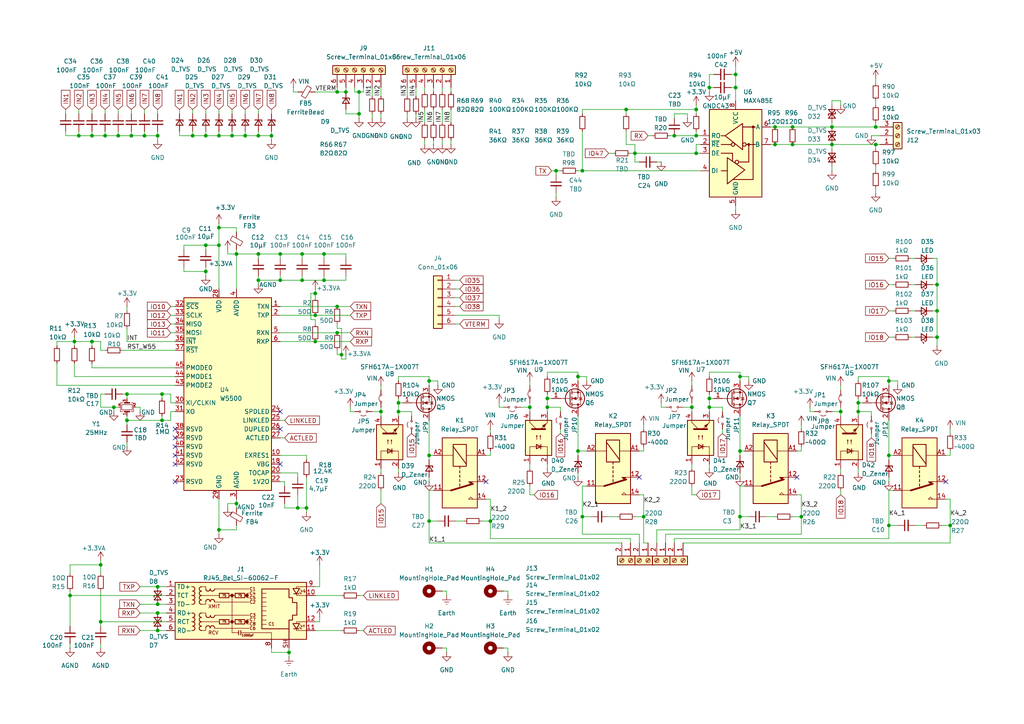
<source format=kicad_sch>
(kicad_sch (version 20231120) (generator "eeschema") (generator_version "8.0")
  (paper "A4")
  (junction (at 93.98 81.28))
  (junction (at 224.79 41.91))
  (junction (at 167.64 109.22))
  (junction (at 254 36.83))
  (junction (at 213.36 25.4))
  (junction (at 115.57 116.84))
  (junction (at 275.59 152.4))
  (junction (at 46.99 114.3))
  (junction (at 86.36 147.32))
  (junction (at 248.92 119.38))
  (junction (at 59.69 39.37))
  (junction (at 241.3 36.83))
  (junction (at 97.79 96.52))
  (junction (at 45.72 182.88))
  (junction (at 184.15 44.45))
  (junction (at 214.63 109.22))
  (junction (at 67.31 39.37))
  (junction (at 229.87 36.83))
  (junction (at 254 41.91))
  (junction (at 97.79 88.9))
  (junction (at 271.78 90.17))
  (junction (at 201.93 44.45))
  (junction (at 97.79 26.67))
  (junction (at 41.91 39.37))
  (junction (at 91.44 99.06))
  (junction (at 74.93 39.37))
  (junction (at 243.84 119.38))
  (junction (at 91.44 85.09))
  (junction (at 26.67 39.37))
  (junction (at 68.58 146.05))
  (junction (at 100.33 26.67))
  (junction (at 38.1 39.37))
  (junction (at 201.93 31.75))
  (junction (at 45.72 170.18))
  (junction (at 104.14 26.67))
  (junction (at 214.63 149.86))
  (junction (at 81.28 73.66))
  (junction (at 257.81 132.08))
  (junction (at 87.63 73.66))
  (junction (at 55.88 39.37))
  (junction (at 78.74 39.37))
  (junction (at 110.49 119.38))
  (junction (at 45.72 177.8))
  (junction (at 248.92 116.84))
  (junction (at 59.69 78.74))
  (junction (at 257.81 152.4))
  (junction (at 93.98 73.66))
  (junction (at 124.46 110.49))
  (junction (at 205.74 115.57))
  (junction (at 257.81 110.49))
  (junction (at 205.74 118.11))
  (junction (at 74.93 81.28))
  (junction (at 168.91 49.53))
  (junction (at 241.3 41.91))
  (junction (at 81.28 81.28))
  (junction (at 232.41 149.86))
  (junction (at 26.67 99.06))
  (junction (at 124.46 132.08))
  (junction (at 22.86 39.37))
  (junction (at 91.44 91.44))
  (junction (at 29.21 180.34))
  (junction (at 271.78 82.55))
  (junction (at 30.48 39.37))
  (junction (at 21.59 99.06))
  (junction (at 201.93 39.37))
  (junction (at 33.02 118.11))
  (junction (at 213.36 21.59))
  (junction (at 158.75 115.57))
  (junction (at 214.63 130.81))
  (junction (at 200.66 118.11))
  (junction (at 74.93 73.66))
  (junction (at 168.91 149.86))
  (junction (at 36.83 121.92))
  (junction (at 195.58 39.37))
  (junction (at 63.5 71.12))
  (junction (at 34.29 39.37))
  (junction (at 99.06 102.87))
  (junction (at 186.69 149.86))
  (junction (at 45.72 175.26))
  (junction (at 63.5 66.04))
  (junction (at 68.58 73.66))
  (junction (at 115.57 119.38))
  (junction (at 271.78 97.79))
  (junction (at 71.12 39.37))
  (junction (at 229.87 41.91))
  (junction (at 104.14 33.02))
  (junction (at 181.61 31.75))
  (junction (at 46.99 121.92))
  (junction (at 153.67 118.11))
  (junction (at 63.5 153.67))
  (junction (at 88.9 147.32))
  (junction (at 167.64 130.81))
  (junction (at 45.72 39.37))
  (junction (at 224.79 36.83))
  (junction (at 83.82 189.23))
  (junction (at 142.24 151.13))
  (junction (at 161.29 49.53))
  (junction (at 205.74 25.4))
  (junction (at 124.46 151.13))
  (junction (at 59.69 71.12))
  (junction (at 29.21 163.83))
  (junction (at 20.32 172.72))
  (junction (at 36.83 114.3))
  (junction (at 87.63 81.28))
  (junction (at 63.5 39.37))
  (junction (at 158.75 118.11))
  (no_connect (at 274.32 139.7))
  (no_connect (at 50.8 124.46))
  (no_connect (at 231.14 138.43))
  (no_connect (at 50.8 139.7))
  (no_connect (at 140.97 139.7))
  (no_connect (at 50.8 132.08))
  (no_connect (at 81.28 119.38))
  (no_connect (at 50.8 129.54))
  (no_connect (at 185.42 138.43))
  (no_connect (at 50.8 134.62))
  (no_connect (at 50.8 127))
  (no_connect (at 81.28 134.62))
  (no_connect (at 81.28 124.46))
  (wire (pts (xy 45.72 39.37) (xy 45.72 40.64)))
  (wire (pts (xy 93.98 73.66) (xy 93.98 74.93)))
  (wire (pts (xy 45.72 175.26) (xy 48.26 175.26)))
  (wire (pts (xy 20.32 163.83) (xy 20.32 166.37)))
  (wire (pts (xy 146.05 171.45) (xy 147.32 171.45)))
  (wire (pts (xy 168.91 149.86) (xy 171.45 149.86)))
  (wire (pts (xy 270.51 97.79) (xy 271.78 97.79)))
  (wire (pts (xy 100.33 33.02) (xy 104.14 33.02)))
  (wire (pts (xy 144.78 116.84) (xy 144.78 118.11)))
  (wire (pts (xy 68.58 72.39) (xy 68.58 73.66)))
  (wire (pts (xy 120.65 25.4) (xy 120.65 27.94)))
  (wire (pts (xy 99.06 95.25) (xy 99.06 102.87)))
  (wire (pts (xy 200.66 135.89) (xy 200.66 134.62)))
  (wire (pts (xy 144.78 91.44) (xy 144.78 92.71)))
  (wire (pts (xy 105.41 182.88) (xy 104.14 182.88)))
  (wire (pts (xy 198.12 157.48) (xy 275.59 157.48)))
  (wire (pts (xy 125.73 40.64) (xy 125.73 41.91)))
  (wire (pts (xy 201.93 143.51) (xy 200.66 143.51)))
  (wire (pts (xy 115.57 116.84) (xy 115.57 119.38)))
  (wire (pts (xy 176.53 149.86) (xy 179.07 149.86)))
  (wire (pts (xy 274.32 144.78) (xy 275.59 144.78)))
  (wire (pts (xy 243.84 111.76) (xy 243.84 113.03)))
  (wire (pts (xy 248.92 137.16) (xy 248.92 135.89)))
  (wire (pts (xy 59.69 78.74) (xy 59.69 80.01)))
  (wire (pts (xy 82.55 127) (xy 81.28 127)))
  (wire (pts (xy 100.33 25.4) (xy 100.33 26.67)))
  (wire (pts (xy 153.67 110.49) (xy 153.67 111.76)))
  (wire (pts (xy 133.35 83.82) (xy 132.08 83.82)))
  (wire (pts (xy 201.93 44.45) (xy 203.2 44.45)))
  (wire (pts (xy 97.79 26.67) (xy 100.33 26.67)))
  (wire (pts (xy 214.63 109.22) (xy 214.63 110.49)))
  (wire (pts (xy 185.42 130.81) (xy 186.69 130.81)))
  (wire (pts (xy 92.71 163.83) (xy 92.71 170.18)))
  (wire (pts (xy 71.12 38.1) (xy 71.12 39.37)))
  (wire (pts (xy 124.46 132.08) (xy 125.73 132.08)))
  (wire (pts (xy 257.81 109.22) (xy 257.81 110.49)))
  (wire (pts (xy 198.12 118.11) (xy 200.66 118.11)))
  (wire (pts (xy 59.69 77.47) (xy 59.69 78.74)))
  (wire (pts (xy 184.15 149.86) (xy 186.69 149.86)))
  (wire (pts (xy 21.59 99.06) (xy 26.67 99.06)))
  (wire (pts (xy 67.31 39.37) (xy 71.12 39.37)))
  (wire (pts (xy 29.21 114.3) (xy 30.48 114.3)))
  (wire (pts (xy 257.81 138.43) (xy 257.81 139.7)))
  (wire (pts (xy 40.64 175.26) (xy 45.72 175.26)))
  (wire (pts (xy 91.44 92.71) (xy 91.44 93.98)))
  (wire (pts (xy 185.42 143.51) (xy 186.69 143.51)))
  (wire (pts (xy 229.87 36.83) (xy 241.3 36.83)))
  (wire (pts (xy 213.36 21.59) (xy 213.36 25.4)))
  (wire (pts (xy 97.79 101.6) (xy 97.79 102.87)))
  (wire (pts (xy 101.6 99.06) (xy 91.44 99.06)))
  (wire (pts (xy 93.98 80.01) (xy 93.98 81.28)))
  (wire (pts (xy 86.36 147.32) (xy 88.9 147.32)))
  (wire (pts (xy 68.58 73.66) (xy 68.58 83.82)))
  (wire (pts (xy 214.63 140.97) (xy 214.63 149.86)))
  (wire (pts (xy 81.28 80.01) (xy 81.28 81.28)))
  (wire (pts (xy 257.81 90.17) (xy 259.08 90.17)))
  (wire (pts (xy 29.21 162.56) (xy 29.21 163.83)))
  (wire (pts (xy 107.95 119.38) (xy 110.49 119.38)))
  (wire (pts (xy 214.63 120.65) (xy 214.63 130.81)))
  (wire (pts (xy 21.59 109.22) (xy 50.8 109.22)))
  (wire (pts (xy 128.27 171.45) (xy 129.54 171.45)))
  (wire (pts (xy 53.34 78.74) (xy 59.69 78.74)))
  (wire (pts (xy 110.49 137.16) (xy 110.49 135.89)))
  (wire (pts (xy 158.75 114.3) (xy 158.75 115.57)))
  (wire (pts (xy 229.87 149.86) (xy 232.41 149.86)))
  (wire (pts (xy 130.81 31.75) (xy 130.81 35.56)))
  (wire (pts (xy 88.9 147.32) (xy 88.9 148.59)))
  (wire (pts (xy 243.84 137.16) (xy 243.84 135.89)))
  (wire (pts (xy 68.58 144.78) (xy 68.58 146.05)))
  (wire (pts (xy 275.59 144.78) (xy 275.59 152.4)))
  (wire (pts (xy 146.05 187.96) (xy 147.32 187.96)))
  (wire (pts (xy 46.99 114.3) (xy 49.53 114.3)))
  (wire (pts (xy 86.36 137.16) (xy 86.36 138.43)))
  (wire (pts (xy 205.74 118.11) (xy 209.55 118.11)))
  (wire (pts (xy 104.14 26.67) (xy 105.41 26.67)))
  (wire (pts (xy 232.41 149.86) (xy 232.41 154.94)))
  (wire (pts (xy 205.74 21.59) (xy 205.74 25.4)))
  (wire (pts (xy 167.64 49.53) (xy 168.91 49.53)))
  (wire (pts (xy 34.29 38.1) (xy 34.29 39.37)))
  (wire (pts (xy 36.83 95.25) (xy 36.83 99.06)))
  (wire (pts (xy 59.69 71.12) (xy 63.5 71.12)))
  (wire (pts (xy 49.53 119.38) (xy 49.53 121.92)))
  (wire (pts (xy 100.33 73.66) (xy 100.33 74.93)))
  (wire (pts (xy 124.46 157.48) (xy 180.34 157.48)))
  (wire (pts (xy 99.06 102.87) (xy 99.06 104.14)))
  (wire (pts (xy 252.73 39.37) (xy 255.27 39.37)))
  (wire (pts (xy 110.49 118.11) (xy 110.49 119.38)))
  (wire (pts (xy 151.13 118.11) (xy 153.67 118.11)))
  (wire (pts (xy 85.09 26.67) (xy 86.36 26.67)))
  (wire (pts (xy 123.19 40.64) (xy 123.19 41.91)))
  (wire (pts (xy 100.33 31.75) (xy 100.33 33.02)))
  (wire (pts (xy 248.92 115.57) (xy 248.92 116.84)))
  (wire (pts (xy 101.6 96.52) (xy 97.79 96.52)))
  (wire (pts (xy 232.41 129.54) (xy 232.41 130.81)))
  (wire (pts (xy 67.31 38.1) (xy 67.31 39.37)))
  (wire (pts (xy 20.32 171.45) (xy 20.32 172.72)))
  (wire (pts (xy 252.73 127) (xy 252.73 125.73)))
  (wire (pts (xy 74.93 73.66) (xy 81.28 73.66)))
  (wire (pts (xy 90.17 85.09) (xy 90.17 92.71)))
  (wire (pts (xy 91.44 172.72) (xy 99.06 172.72)))
  (wire (pts (xy 36.83 121.92) (xy 36.83 123.19)))
  (wire (pts (xy 214.63 140.97) (xy 215.9 140.97)))
  (wire (pts (xy 82.55 146.05) (xy 82.55 147.32)))
  (wire (pts (xy 87.63 81.28) (xy 93.98 81.28)))
  (wire (pts (xy 87.63 73.66) (xy 87.63 74.93)))
  (wire (pts (xy 231.14 130.81) (xy 232.41 130.81)))
  (wire (pts (xy 91.44 83.82) (xy 91.44 85.09)))
  (wire (pts (xy 139.7 151.13) (xy 142.24 151.13)))
  (wire (pts (xy 243.84 119.38) (xy 243.84 120.65)))
  (wire (pts (xy 264.16 74.93) (xy 265.43 74.93)))
  (wire (pts (xy 271.78 97.79) (xy 271.78 100.33)))
  (wire (pts (xy 257.81 110.49) (xy 257.81 111.76)))
  (wire (pts (xy 35.56 101.6) (xy 50.8 101.6)))
  (wire (pts (xy 167.64 130.81) (xy 170.18 130.81)))
  (wire (pts (xy 124.46 138.43) (xy 124.46 139.7)))
  (wire (pts (xy 274.32 132.08) (xy 275.59 132.08)))
  (wire (pts (xy 205.74 21.59) (xy 207.01 21.59)))
  (wire (pts (xy 87.63 80.01) (xy 87.63 81.28)))
  (wire (pts (xy 201.93 30.48) (xy 201.93 31.75)))
  (wire (pts (xy 74.93 81.28) (xy 81.28 81.28)))
  (wire (pts (xy 168.91 149.86) (xy 168.91 154.94)))
  (wire (pts (xy 241.3 29.21) (xy 241.3 30.48)))
  (wire (pts (xy 115.57 137.16) (xy 115.57 135.89)))
  (wire (pts (xy 257.81 152.4) (xy 257.81 156.21)))
  (wire (pts (xy 29.21 186.69) (xy 29.21 187.96)))
  (wire (pts (xy 127 110.49) (xy 127 111.76)))
  (wire (pts (xy 55.88 39.37) (xy 59.69 39.37)))
  (wire (pts (xy 63.5 153.67) (xy 63.5 154.94)))
  (wire (pts (xy 248.92 116.84) (xy 250.19 116.84)))
  (wire (pts (xy 45.72 38.1) (xy 45.72 39.37)))
  (wire (pts (xy 257.81 152.4) (xy 260.35 152.4)))
  (wire (pts (xy 74.93 38.1) (xy 74.93 39.37)))
  (wire (pts (xy 265.43 152.4) (xy 267.97 152.4)))
  (wire (pts (xy 194.31 39.37) (xy 195.58 39.37)))
  (wire (pts (xy 271.78 82.55) (xy 271.78 90.17)))
  (wire (pts (xy 257.81 142.24) (xy 259.08 142.24)))
  (wire (pts (xy 38.1 31.75) (xy 38.1 33.02)))
  (wire (pts (xy 20.32 163.83) (xy 29.21 163.83)))
  (wire (pts (xy 100.33 80.01) (xy 100.33 81.28)))
  (wire (pts (xy 190.5 153.67) (xy 190.5 157.48)))
  (wire (pts (xy 86.36 143.51) (xy 86.36 147.32)))
  (wire (pts (xy 275.59 152.4) (xy 275.59 157.48)))
  (wire (pts (xy 168.91 31.75) (xy 168.91 33.02)))
  (wire (pts (xy 39.37 118.11) (xy 40.64 118.11)))
  (wire (pts (xy 181.61 31.75) (xy 181.61 33.02)))
  (wire (pts (xy 88.9 138.43) (xy 88.9 147.32)))
  (wire (pts (xy 115.57 109.22) (xy 124.46 109.22)))
  (wire (pts (xy 142.24 124.46) (xy 142.24 125.73)))
  (wire (pts (xy 29.21 114.3) (xy 29.21 118.11)))
  (wire (pts (xy 26.67 38.1) (xy 26.67 39.37)))
  (wire (pts (xy 40.64 170.18) (xy 45.72 170.18)))
  (wire (pts (xy 29.21 163.83) (xy 29.21 166.37)))
  (wire (pts (xy 186.69 149.86) (xy 186.69 157.48)))
  (wire (pts (xy 124.46 110.49) (xy 127 110.49)))
  (wire (pts (xy 128.27 25.4) (xy 128.27 26.67)))
  (wire (pts (xy 41.91 31.75) (xy 41.91 33.02)))
  (wire (pts (xy 201.93 39.37) (xy 203.2 39.37)))
  (wire (pts (xy 90.17 92.71) (xy 91.44 92.71)))
  (wire (pts (xy 46.99 120.65) (xy 46.99 121.92)))
  (wire (pts (xy 91.44 170.18) (xy 92.71 170.18)))
  (wire (pts (xy 128.27 31.75) (xy 128.27 35.56)))
  (wire (pts (xy 87.63 73.66) (xy 93.98 73.66)))
  (wire (pts (xy 254 43.18) (xy 254 41.91)))
  (wire (pts (xy 34.29 39.37) (xy 38.1 39.37)))
  (wire (pts (xy 147.32 187.96) (xy 147.32 189.23)))
  (wire (pts (xy 91.44 99.06) (xy 81.28 99.06)))
  (wire (pts (xy 170.18 109.22) (xy 170.18 110.49)))
  (wire (pts (xy 270.51 82.55) (xy 271.78 82.55)))
  (wire (pts (xy 212.09 25.4) (xy 213.36 25.4)))
  (wire (pts (xy 91.44 85.09) (xy 91.44 86.36)))
  (wire (pts (xy 167.64 137.16) (xy 167.64 138.43)))
  (wire (pts (xy 130.81 40.64) (xy 130.81 41.91)))
  (wire (pts (xy 93.98 81.28) (xy 100.33 81.28)))
  (wire (pts (xy 128.27 187.96) (xy 129.54 187.96)))
  (wire (pts (xy 248.92 116.84) (xy 248.92 119.38)))
  (wire (pts (xy 195.58 39.37) (xy 201.93 39.37)))
  (wire (pts (xy 167.64 109.22) (xy 170.18 109.22)))
  (wire (pts (xy 161.29 49.53) (xy 162.56 49.53)))
  (wire (pts (xy 264.16 97.79) (xy 265.43 97.79)))
  (wire (pts (xy 30.48 38.1) (xy 30.48 39.37)))
  (wire (pts (xy 254 54.61) (xy 254 55.88)))
  (wire (pts (xy 125.73 31.75) (xy 125.73 35.56)))
  (wire (pts (xy 123.19 25.4) (xy 123.19 26.67)))
  (wire (pts (xy 63.5 144.78) (xy 63.5 153.67)))
  (wire (pts (xy 223.52 41.91) (xy 224.79 41.91)))
  (wire (pts (xy 78.74 39.37) (xy 78.74 40.64)))
  (wire (pts (xy 110.49 111.76) (xy 110.49 113.03)))
  (wire (pts (xy 49.53 93.98) (xy 50.8 93.98)))
  (wire (pts (xy 142.24 151.13) (xy 142.24 156.21)))
  (wire (pts (xy 232.41 123.19) (xy 232.41 124.46)))
  (wire (pts (xy 82.55 139.7) (xy 82.55 140.97)))
  (wire (pts (xy 101.6 118.11) (xy 101.6 119.38)))
  (wire (pts (xy 104.14 26.67) (xy 104.14 33.02)))
  (wire (pts (xy 68.58 146.05) (xy 68.58 147.32)))
  (wire (pts (xy 132.08 151.13) (xy 134.62 151.13)))
  (wire (pts (xy 40.64 177.8) (xy 45.72 177.8)))
  (wire (pts (xy 16.51 99.06) (xy 16.51 100.33)))
  (wire (pts (xy 74.93 80.01) (xy 74.93 81.28)))
  (wire (pts (xy 101.6 88.9) (xy 97.79 88.9)))
  (wire (pts (xy 200.66 116.84) (xy 200.66 118.11)))
  (wire (pts (xy 26.67 39.37) (xy 30.48 39.37)))
  (wire (pts (xy 123.19 31.75) (xy 123.19 35.56)))
  (wire (pts (xy 40.64 182.88) (xy 45.72 182.88)))
  (wire (pts (xy 115.57 115.57) (xy 115.57 116.84)))
  (wire (pts (xy 168.91 140.97) (xy 168.91 149.86)))
  (wire (pts (xy 193.04 154.94) (xy 193.04 157.48)))
  (wire (pts (xy 45.72 182.88) (xy 48.26 182.88)))
  (wire (pts (xy 205.74 135.89) (xy 205.74 134.62)))
  (wire (pts (xy 191.77 116.84) (xy 191.77 118.11)))
  (wire (pts (xy 182.88 156.21) (xy 182.88 157.48)))
  (wire (pts (xy 63.5 38.1) (xy 63.5 39.37)))
  (wire (pts (xy 273.05 152.4) (xy 275.59 152.4)))
  (wire (pts (xy 91.44 26.67) (xy 97.79 26.67)))
  (wire (pts (xy 248.92 119.38) (xy 252.73 119.38)))
  (wire (pts (xy 153.67 143.51) (xy 153.67 140.97)))
  (wire (pts (xy 19.05 38.1) (xy 19.05 39.37)))
  (wire (pts (xy 212.09 21.59) (xy 213.36 21.59)))
  (wire (pts (xy 167.64 107.95) (xy 167.64 109.22)))
  (wire (pts (xy 205.74 115.57) (xy 207.01 115.57)))
  (wire (pts (xy 254 22.86) (xy 254 24.13)))
  (wire (pts (xy 66.04 146.05) (xy 66.04 147.32)))
  (wire (pts (xy 205.74 107.95) (xy 214.63 107.95)))
  (wire (pts (xy 101.6 119.38) (xy 102.87 119.38)))
  (wire (pts (xy 45.72 170.18) (xy 48.26 170.18)))
  (wire (pts (xy 49.53 116.84) (xy 50.8 116.84)))
  (wire (pts (xy 63.5 71.12) (xy 63.5 83.82)))
  (wire (pts (xy 167.64 132.08) (xy 167.64 130.81)))
  (wire (pts (xy 257.81 132.08) (xy 259.08 132.08)))
  (wire (pts (xy 213.36 19.05) (xy 213.36 21.59)))
  (wire (pts (xy 241.3 29.21) (xy 243.84 29.21)))
  (wire (pts (xy 176.53 44.45) (xy 177.8 44.45)))
  (wire (pts (xy 124.46 133.35) (xy 124.46 132.08)))
  (wire (pts (xy 81.28 73.66) (xy 81.28 74.93)))
  (wire (pts (xy 248.92 109.22) (xy 257.81 109.22)))
  (wire (pts (xy 133.35 81.28) (xy 132.08 81.28)))
  (wire (pts (xy 201.93 31.75) (xy 201.93 33.02)))
  (wire (pts (xy 110.49 33.02) (xy 110.49 34.29)))
  (wire (pts (xy 158.75 115.57) (xy 158.75 118.11)))
  (wire (pts (xy 124.46 151.13) (xy 127 151.13)))
  (wire (pts (xy 40.64 118.11) (xy 40.64 119.38)))
  (wire (pts (xy 107.95 33.02) (xy 107.95 34.29)))
  (wire (pts (xy 115.57 109.22) (xy 115.57 110.49)))
  (wire (pts (xy 248.92 109.22) (xy 248.92 110.49)))
  (wire (pts (xy 142.24 130.81) (xy 142.24 132.08)))
  (wire (pts (xy 22.86 38.1) (xy 22.86 39.37)))
  (wire (pts (xy 162.56 118.11) (xy 162.56 119.38)))
  (wire (pts (xy 254 35.56) (xy 254 36.83)))
  (wire (pts (xy 29.21 180.34) (xy 48.26 180.34)))
  (wire (pts (xy 68.58 66.04) (xy 68.58 67.31)))
  (wire (pts (xy 97.79 95.25) (xy 99.06 95.25)))
  (wire (pts (xy 181.61 31.75) (xy 201.93 31.75)))
  (wire (pts (xy 217.17 109.22) (xy 217.17 110.49)))
  (wire (pts (xy 35.56 114.3) (xy 36.83 114.3)))
  (wire (pts (xy 213.36 59.69) (xy 213.36 60.96)))
  (wire (pts (xy 168.91 154.94) (xy 185.42 154.94)))
  (wire (pts (xy 241.3 43.18) (xy 241.3 41.91)))
  (wire (pts (xy 26.67 31.75) (xy 26.67 33.02)))
  (wire (pts (xy 82.55 147.32) (xy 86.36 147.32)))
  (wire (pts (xy 158.75 115.57) (xy 160.02 115.57)))
  (wire (pts (xy 184.15 46.99) (xy 185.42 46.99)))
  (wire (pts (xy 257.81 110.49) (xy 260.35 110.49)))
  (wire (pts (xy 186.69 143.51) (xy 186.69 149.86)))
  (wire (pts (xy 190.5 153.67) (xy 214.63 153.67)))
  (wire (pts (xy 102.87 26.67) (xy 104.14 26.67)))
  (wire (pts (xy 128.27 40.64) (xy 128.27 41.91)))
  (wire (pts (xy 158.75 107.95) (xy 167.64 107.95)))
  (wire (pts (xy 186.69 157.48) (xy 187.96 157.48)))
  (wire (pts (xy 63.5 153.67) (xy 68.58 153.67)))
  (wire (pts (xy 271.78 90.17) (xy 271.78 97.79)))
  (wire (pts (xy 30.48 31.75) (xy 30.48 33.02)))
  (wire (pts (xy 59.69 38.1) (xy 59.69 39.37)))
  (wire (pts (xy 91.44 180.34) (xy 92.71 180.34)))
  (wire (pts (xy 90.17 85.09) (xy 91.44 85.09)))
  (wire (pts (xy 59.69 71.12) (xy 59.69 72.39)))
  (wire (pts (xy 158.75 118.11) (xy 158.75 119.38)))
  (wire (pts (xy 241.3 36.83) (xy 254 36.83)))
  (wire (pts (xy 191.77 118.11) (xy 193.04 118.11)))
  (wire (pts (xy 36.83 128.27) (xy 36.83 129.54)))
  (wire (pts (xy 74.93 81.28) (xy 74.93 82.55)))
  (wire (pts (xy 21.59 105.41) (xy 21.59 109.22)))
  (wire (pts (xy 29.21 99.06) (xy 29.21 101.6)))
  (wire (pts (xy 82.55 121.92) (xy 81.28 121.92)))
  (wire (pts (xy 257.81 74.93) (xy 259.08 74.93)))
  (wire (pts (xy 234.95 119.38) (xy 236.22 119.38)))
  (wire (pts (xy 124.46 142.24) (xy 125.73 142.24)))
  (wire (pts (xy 63.5 66.04) (xy 68.58 66.04)))
  (wire (pts (xy 30.48 39.37) (xy 34.29 39.37)))
  (wire (pts (xy 185.42 154.94) (xy 185.42 157.48)))
  (wire (pts (xy 213.36 25.4) (xy 213.36 29.21)))
  (wire (pts (xy 254 41.91) (xy 255.27 41.91)))
  (wire (pts (xy 34.29 118.11) (xy 33.02 118.11)))
  (wire (pts (xy 182.88 44.45) (xy 184.15 44.45)))
  (wire (pts (xy 16.51 99.06) (xy 21.59 99.06)))
  (wire (pts (xy 100.33 102.87) (xy 100.33 104.14)))
  (wire (pts (xy 93.98 73.66) (xy 100.33 73.66)))
  (wire (pts (xy 99.06 104.14) (xy 100.33 104.14)))
  (wire (pts (xy 68.58 73.66) (xy 74.93 73.66)))
  (wire (pts (xy 52.07 31.75) (xy 52.07 33.02)))
  (wire (pts (xy 41.91 39.37) (xy 45.72 39.37)))
  (wire (pts (xy 110.49 25.4) (xy 110.49 27.94)))
  (wire (pts (xy 167.64 120.65) (xy 167.64 130.81)))
  (wire (pts (xy 55.88 31.75) (xy 55.88 33.02)))
  (wire (pts (xy 257.81 142.24) (xy 257.81 152.4)))
  (wire (pts (xy 20.32 186.69) (xy 20.32 187.96)))
  (wire (pts (xy 241.3 48.26) (xy 241.3 49.53)))
  (wire (pts (xy 83.82 189.23) (xy 83.82 190.5)))
  (wire (pts (xy 184.15 44.45) (xy 184.15 46.99)))
  (wire (pts (xy 160.02 49.53) (xy 161.29 49.53)))
  (wire (pts (xy 254 29.21) (xy 254 30.48)))
  (wire (pts (xy 33.02 118.11) (xy 33.02 119.38)))
  (wire (pts (xy 110.49 142.24) (xy 110.49 146.05)))
  (wire (pts (xy 29.21 118.11) (xy 33.02 118.11)))
  (wire (pts (xy 49.53 91.44) (xy 50.8 91.44)))
  (wire (pts (xy 67.31 31.75) (xy 67.31 33.02)))
  (wire (pts (xy 224.79 41.91) (xy 229.87 41.91)))
  (wire (pts (xy 46.99 114.3) (xy 46.99 115.57)))
  (wire (pts (xy 158.75 135.89) (xy 158.75 134.62)))
  (wire (pts (xy 19.05 31.75) (xy 19.05 33.02)))
  (wire (pts (xy 243.84 143.51) (xy 243.84 142.24)))
  (wire (pts (xy 133.35 88.9) (xy 132.08 88.9)))
  (wire (pts (xy 232.41 143.51) (xy 232.41 149.86)))
  (wire (pts (xy 97.79 96.52) (xy 81.28 96.52)))
  (wire (pts (xy 205.74 25.4) (xy 207.01 25.4)))
  (wire (pts (xy 118.11 33.02) (xy 118.11 34.29)))
  (wire (pts (xy 257.81 121.92) (xy 257.81 132.08)))
  (wire (pts (xy 271.78 74.93) (xy 270.51 74.93)))
  (wire (pts (xy 49.53 96.52) (xy 50.8 96.52)))
  (wire (pts (xy 115.57 116.84) (xy 116.84 116.84)))
  (wire (pts (xy 201.93 41.91) (xy 203.2 41.91)))
  (wire (pts (xy 36.83 114.3) (xy 36.83 115.57)))
  (wire (pts (xy 248.92 119.38) (xy 248.92 120.65)))
  (wire (pts (xy 168.91 49.53) (xy 203.2 49.53)))
  (wire (pts (xy 222.25 149.86) (xy 224.79 149.86)))
  (wire (pts (xy 214.63 132.08) (xy 214.63 130.81)))
  (wire (pts (xy 224.79 36.83) (xy 229.87 36.83)))
  (wire (pts (xy 124.46 110.49) (xy 124.46 111.76)))
  (wire (pts (xy 71.12 31.75) (xy 71.12 33.02)))
  (wire (pts (xy 205.74 118.11) (xy 205.74 119.38)))
  (wire (pts (xy 243.84 29.21) (xy 243.84 30.48)))
  (wire (pts (xy 275.59 124.46) (xy 275.59 125.73)))
  (wire (pts (xy 161.29 49.53) (xy 161.29 50.8)))
  (wire (pts (xy 66.04 73.66) (xy 68.58 73.66)))
  (wire (pts (xy 105.41 25.4) (xy 105.41 26.67)))
  (wire (pts (xy 184.15 44.45) (xy 201.93 44.45)))
  (wire (pts (xy 59.69 31.75) (xy 59.69 33.02)))
  (wire (pts (xy 66.04 146.05) (xy 68.58 146.05)))
  (wire (pts (xy 29.21 101.6) (xy 30.48 101.6)))
  (wire (pts (xy 53.34 77.47) (xy 53.34 78.74)))
  (wire (pts (xy 201.93 39.37) (xy 201.93 38.1)))
  (wire (pts (xy 53.34 71.12) (xy 59.69 71.12)))
  (wire (pts (xy 133.35 86.36) (xy 132.08 86.36)))
  (wire (pts (xy 205.74 114.3) (xy 205.74 115.57)))
  (wire (pts (xy 63.5 39.37) (xy 67.31 39.37)))
  (wire (pts (xy 36.83 88.9) (xy 36.83 90.17)))
  (wire (pts (xy 81.28 139.7) (xy 82.55 139.7)))
  (wire (pts (xy 200.66 118.11) (xy 200.66 119.38)))
  (wire (pts (xy 270.51 90.17) (xy 271.78 90.17)))
  (wire (pts (xy 153.67 135.89) (xy 153.67 134.62)))
  (wire (pts (xy 241.3 119.38) (xy 243.84 119.38)))
  (wire (pts (xy 68.58 152.4) (xy 68.58 153.67)))
  (wire (pts (xy 231.14 143.51) (xy 232.41 143.51)))
  (wire (pts (xy 21.59 97.79) (xy 21.59 99.06)))
  (wire (pts (xy 97.79 93.98) (xy 97.79 95.25)))
  (wire (pts (xy 254 36.83) (xy 255.27 36.83)))
  (wire (pts (xy 97.79 88.9) (xy 81.28 88.9)))
  (wire (pts (xy 71.12 39.37) (xy 74.93 39.37)))
  (wire (pts (xy 144.78 118.11) (xy 146.05 118.11)))
  (wire (pts (xy 124.46 142.24) (xy 124.46 151.13)))
  (wire (pts (xy 186.69 123.19) (xy 186.69 124.46)))
  (wire (pts (xy 130.81 25.4) (xy 130.81 26.67)))
  (wire (pts (xy 29.21 180.34) (xy 29.21 181.61)))
  (wire (pts (xy 234.95 118.11) (xy 234.95 119.38)))
  (wire (pts (xy 20.32 172.72) (xy 48.26 172.72)))
  (wire (pts (xy 101.6 91.44) (xy 91.44 91.44)))
  (wire (pts (xy 161.29 57.15) (xy 161.29 55.88)))
  (wire (pts (xy 45.72 31.75) (xy 45.72 33.02)))
  (wire (pts (xy 45.72 177.8) (xy 48.26 177.8)))
  (wire (pts (xy 205.74 107.95) (xy 205.74 109.22)))
  (wire (pts (xy 110.49 119.38) (xy 110.49 120.65)))
  (wire (pts (xy 41.91 38.1) (xy 41.91 39.37)))
  (wire (pts (xy 21.59 99.06) (xy 21.59 100.33)))
  (wire (pts (xy 200.66 143.51) (xy 200.66 140.97)))
  (wire (pts (xy 168.91 140.97) (xy 170.18 140.97)))
  (wire (pts (xy 257.81 133.35) (xy 257.81 132.08)))
  (wire (pts (xy 34.29 31.75) (xy 34.29 33.02)))
  (wire (pts (xy 129.54 187.96) (xy 129.54 189.23)))
  (wire (pts (xy 81.28 137.16) (xy 86.36 137.16)))
  (wire (pts (xy 36.83 121.92) (xy 46.99 121.92)))
  (wire (pts (xy 124.46 151.13) (xy 124.46 157.48)))
  (wire (pts (xy 49.53 119.38) (xy 50.8 119.38)))
  (wire (pts (xy 88.9 132.08) (xy 88.9 133.35)))
  (wire (pts (xy 125.73 25.4) (xy 125.73 26.67)))
  (wire (pts (xy 214.63 130.81) (xy 215.9 130.81)))
  (wire (pts (xy 214.63 107.95) (xy 214.63 109.22)))
  (wire (pts (xy 184.15 41.91) (xy 184.15 44.45)))
  (wire (pts (xy 46.99 121.92) (xy 49.53 121.92)))
  (wire (pts (xy 81.28 73.66) (xy 87.63 73.66)))
  (wire (pts (xy 142.24 144.78) (xy 142.24 151.13)))
  (wire (pts (xy 153.67 118.11) (xy 153.67 119.38)))
  (wire (pts (xy 81.28 81.28) (xy 87.63 81.28)))
  (wire (pts (xy 201.93 44.45) (xy 201.93 41.91)))
  (wire (pts (xy 38.1 38.1) (xy 38.1 39.37)))
  (wire (pts (xy 104.14 33.02) (xy 104.14 34.29)))
  (wire (pts (xy 264.16 82.55) (xy 265.43 82.55)))
  (wire (pts (xy 16.51 105.41) (xy 16.51 111.76)))
  (wire (pts (xy 257.81 97.79) (xy 259.08 97.79)))
  (wire (pts (xy 214.63 109.22) (xy 217.17 109.22)))
  (wire (pts (xy 81.28 132.08) (xy 88.9 132.08)))
  (wire (pts (xy 252.73 119.38) (xy 252.73 120.65)))
  (wire (pts (xy 195.58 156.21) (xy 257.81 156.21)))
  (wire (pts (xy 140.97 144.78) (xy 142.24 144.78)))
  (wire (pts (xy 36.83 99.06) (xy 50.8 99.06)))
  (wire (pts (xy 124.46 109.22) (xy 124.46 110.49)))
  (wire (pts (xy 26.67 105.41) (xy 26.67 106.68)))
  (wire (pts (xy 229.87 41.91) (xy 241.3 41.91)))
  (wire (pts (xy 260.35 110.49) (xy 260.35 111.76)))
  (wire (pts (xy 167.64 109.22) (xy 167.64 110.49)))
  (wire (pts (xy 91.44 91.44) (xy 81.28 91.44)))
  (wire (pts (xy 195.58 33.02) (xy 199.39 33.02)))
  (wire (pts (xy 53.34 71.12) (xy 53.34 72.39)))
  (wire (pts (xy 147.32 171.45) (xy 147.32 172.72)))
  (wire (pts (xy 200.66 110.49) (xy 200.66 111.76)))
  (wire (pts (xy 74.93 31.75) (xy 74.93 33.02)))
  (wire (pts (xy 36.83 120.65) (xy 36.83 121.92)))
  (wire (pts (xy 16.51 111.76) (xy 50.8 111.76)))
  (wire (pts (xy 78.74 38.1) (xy 78.74 39.37)))
  (wire (pts (xy 78.74 187.96) (xy 78.74 189.23)))
  (wire (pts (xy 154.94 143.51) (xy 153.67 143.51)))
  (wire (pts (xy 26.67 106.68) (xy 50.8 106.68)))
  (wire (pts (xy 83.82 187.96) (xy 83.82 189.23)))
  (wire (pts (xy 52.07 38.1) (xy 52.07 39.37)))
  (wire (pts (xy 20.32 172.72) (xy 20.32 181.61)))
  (wire (pts (xy 271.78 74.93) (xy 271.78 82.55)))
  (wire (pts (xy 55.88 38.1) (xy 55.88 39.37)))
  (wire (pts (xy 241.3 41.91) (xy 254 41.91)))
  (wire (pts (xy 119.38 119.38) (xy 119.38 120.65)))
  (wire (pts (xy 214.63 149.86) (xy 214.63 153.67)))
  (wire (pts (xy 49.53 88.9) (xy 50.8 88.9)))
  (wire (pts (xy 78.74 189.23) (xy 83.82 189.23)))
  (wire (pts (xy 243.84 118.11) (xy 243.84 119.38)))
  (wire (pts (xy 124.46 121.92) (xy 124.46 132.08)))
  (wire (pts (xy 97.79 102.87) (xy 99.06 102.87)))
  (wire (pts (xy 214.63 137.16) (xy 214.63 138.43)))
  (wire (pts (xy 85.09 25.4) (xy 85.09 26.67)))
  (wire (pts (xy 193.04 154.94) (xy 232.41 154.94)))
  (wire (pts (xy 186.69 129.54) (xy 186.69 130.81)))
  (wire (pts (xy 92.71 179.07) (xy 92.71 180.34)))
  (wire (pts (xy 181.61 41.91) (xy 184.15 41.91)))
  (wire (pts (xy 205.74 115.57) (xy 205.74 118.11)))
  (wire (pts (xy 168.91 49.53) (xy 168.91 38.1)))
  (wire (pts (xy 29.21 171.45) (xy 29.21 180.34)))
  (wire (pts (xy 223.52 36.83) (xy 224.79 36.83)))
  (wire (pts (xy 132.08 91.44) (xy 144.78 91.44)))
  (wire (pts (xy 195.58 33.02) (xy 195.58 34.29)))
  (wire (pts (xy 118.11 25.4) (xy 118.11 27.94)))
  (wire (pts (xy 142.24 156.21) (xy 182.88 156.21)))
  (wire (pts (xy 158.75 118.11) (xy 162.56 118.11)))
  (wire (pts (xy 275.59 130.81) (xy 275.59 132.08)))
  (wire (pts (xy 254 48.26) (xy 254 49.53)))
  (wire (pts (xy 257.81 82.55) (xy 259.08 82.55)))
  (wire (pts (xy 26.67 99.06) (xy 26.67 100.33)))
  (wire (pts (xy 52.07 39.37) (xy 55.88 39.37)))
  (wire (pts (xy 153.67 116.84) (xy 153.67 118.11)))
  (wire (pts (xy 105.41 172.72) (xy 104.14 172.72)))
  (wire (pts (xy 140.97 132.08) (xy 142.24 132.08)))
  (wire (pts (xy 205.74 25.4) (xy 205.74 26.67)))
  (wire (pts (xy 214.63 149.86) (xy 217.17 149.86)))
  (wire (pts (xy 74.93 73.66) (xy 74.93 74.93)))
  (wire (pts (xy 120.65 33.02) (xy 120.65 34.29)))
  (wire (pts (xy 36.83 114.3) (xy 46.99 114.3)))
  (wire (pts (xy 19.05 39.37) (xy 22.86 39.37)))
  (wire (pts (xy 190.5 46.99) (xy 191.77 46.99)))
  (wire (pts (xy 115.57 119.38) (xy 119.38 119.38)))
  (wire (pts (xy 115.57 119.38) (xy 115.57 120.65)))
  (wire (pts (xy 22.86 39.37) (xy 26.67 39.37)))
  (wire (pts (xy 49.53 114.3) (xy 49.53 116.84)))
  (wire (pts (xy 107.95 25.4) (xy 107.95 27.94)))
  (wire (pts (xy 22.86 31.75) (xy 22.86 33.02)))
  (wire (pts (xy 209.55 118.11) (xy 209.55 119.38)))
  (wire (pts (xy 78.74 31.75) (xy 78.74 33.02)))
  (wire (pts (xy 209.55 125.73) (xy 209.55 124.46)))
  (wire (pts (xy 91.44 182.88) (xy 99.06 182.88)))
  (wire (pts (xy 181.61 38.1) (xy 181.61 41.91)))
  (wire (pts (xy 97.79 25.4) (xy 97.79 26.67)))
  (wire (pts (xy 187.96 39.37) (xy 189.23 39.37)))
  (wire (pts (xy 63.5 64.77) (xy 63.5 66.04)))
  (wire (pts (xy 59.69 39.37) (xy 63.5 39.37)))
  (wire (pts (xy 241.3 35.56) (xy 241.3 36.83)))
  (wire (pts (xy 26.67 99.06) (xy 29.21 99.06)))
  (wire (pts (xy 168.91 31.75) (xy 181.61 31.75)))
  (wire (pts (xy 199.39 33.02) (xy 199.39 34.29)))
  (wire (pts (xy 158.75 107.95) (xy 158.75 109.22)))
  (wire (pts (xy 63.5 71.12) (xy 63.5 66.04)))
  (wire (pts (xy 264.16 90.17) (xy 265.43 90.17)))
  (wire (pts (xy 162.56 125.73) (xy 162.56 124.46)))
  (wire (pts (xy 102.87 25.4) (xy 102.87 26.67)))
  (wire (pts (xy 38.1 39.37) (xy 41.91 39.37)))
  (wire (pts (xy 63.5 31.75) (xy 63.5 33.02)))
  (wire (pts (xy 195.58 156.21) (xy 195.58 157.48)))
  (wire (pts (xy 129.54 171.45) (xy 129.54 172.72)))
  (wire (pts (xy 66.04 72.39) (xy 66.04 73.66)))
  (wire (pts (xy 74.93 39.37) (xy 78.74 39.37)))
  (wire (pts (xy 133.35 93.98) (xy 132.08 93.98)))
  (label "IN5" (at 123.19 35.56 90))
  (label "VTERM" (at 91.44 26.67 0))
  (label "IN1" (at 107.95 27.94 90))
  (label "INT" (at 36.83 99.06 0))
  (label "K3_2" (at 232.41 147.32 0))
  (label "K1_2" (at 142.24 148.59 0))
  (label "RST_W55" (at 36.83 101.6 0))
  (label "K1_1" (at 124.46 157.48 0))
  (label "IN8" (at 130.81 35.56 90))
  (label "K2_2" (at 186.69 146.05 0))
  (label "IN6" (at 125.73 35.56 90))
  (label "K2_1" (at 168.91 147.32 0))
  (label "K4_1" (at 257.81 149.86 0))
  (label "IN4" (at 120.65 27.94 90))
  (label "IN3" (at 118.11 27.94 90))
  (label "IN2" (at 110.49 27.94 90))
  (label "IN7" (at 128.27 35.56 90))
  (label "K3_1" (at 214.63 153.67 0))
  (label "K4_2" (at 275.59 149.86 0))
  (global_label "IN2" (shape input) (at 55.88 31.75 90) (property "Intersheetrefs" "${INTERSHEET_REFS}" (effects (hide yes))))
  (global_label "TX" (shape input) (at 160.02 49.53 180) (property "Intersheetrefs" "${INTERSHEET_REFS}" (effects (hide yes))))
  (global_label "IO16" (shape input) (at 162.56 125.73 270) (property "Intersheetrefs" "${INTERSHEET_REFS}" (effects (hide yes))))
  (global_label "RX" (shape input) (at 187.96 39.37 180) (property "Intersheetrefs" "${INTERSHEET_REFS}" (effects (hide yes))))
  (global_label "IN5" (shape input) (at 34.29 31.75 90) (property "Intersheetrefs" "${INTERSHEET_REFS}" (effects (hide yes))))
  (global_label "IO17" (shape input) (at 209.55 125.73 270) (property "Intersheetrefs" "${INTERSHEET_REFS}" (effects (hide yes))))
  (global_label "TXN" (shape input) (at 101.6 88.9 0) (property "Intersheetrefs" "${INTERSHEET_REFS}" (effects (hide yes))))
  (global_label "IO38" (shape input) (at 133.35 88.9 0) (property "Intersheetrefs" "${INTERSHEET_REFS}" (effects (hide yes))))
  (global_label "IO16" (shape input) (at 257.81 82.55 180) (property "Intersheetrefs" "${INTERSHEET_REFS}" (effects (hide yes))))
  (global_label "IO11" (shape input) (at 49.53 96.52 180) (property "Intersheetrefs" "${INTERSHEET_REFS}" (effects (hide yes))))
  (global_label "IN2" (shape input) (at 22.86 31.75 90) (property "Intersheetrefs" "${INTERSHEET_REFS}" (effects (hide yes))))
  (global_label "IO15" (shape input) (at 119.38 125.73 270) (property "Intersheetrefs" "${INTERSHEET_REFS}" (effects (hide yes))))
  (global_label "IO12" (shape input) (at 49.53 91.44 180) (property "Intersheetrefs" "${INTERSHEET_REFS}" (effects (hide yes))))
  (global_label "LINKLED" (shape input) (at 82.55 121.92 0) (property "Intersheetrefs" "${INTERSHEET_REFS}" (effects (hide yes))))
  (global_label "IN7" (shape input) (at 74.93 31.75 90) (property "Intersheetrefs" "${INTERSHEET_REFS}" (effects (hide yes))))
  (global_label "IO47" (shape input) (at 176.53 44.45 180) (property "Intersheetrefs" "${INTERSHEET_REFS}" (effects (hide yes))))
  (global_label "IO13" (shape input) (at 49.53 93.98 180) (property "Intersheetrefs" "${INTERSHEET_REFS}" (effects (hide yes))))
  (global_label "IO18" (shape input) (at 257.81 97.79 180) (property "Intersheetrefs" "${INTERSHEET_REFS}" (effects (hide yes))))
  (global_label "IN3" (shape input) (at 59.69 31.75 90) (property "Intersheetrefs" "${INTERSHEET_REFS}" (effects (hide yes))))
  (global_label "IN1" (shape input) (at 19.05 31.75 90) (property "Intersheetrefs" "${INTERSHEET_REFS}" (effects (hide yes))))
  (global_label "RXN" (shape input) (at 101.6 96.52 0) (property "Intersheetrefs" "${INTERSHEET_REFS}" (effects (hide yes))))
  (global_label "IO17" (shape input) (at 257.81 90.17 180) (property "Intersheetrefs" "${INTERSHEET_REFS}" (effects (hide yes))))
  (global_label "IN4" (shape input) (at 63.5 31.75 90) (property "Intersheetrefs" "${INTERSHEET_REFS}" (effects (hide yes))))
  (global_label "IO35" (shape input) (at 133.35 81.28 0) (property "Intersheetrefs" "${INTERSHEET_REFS}" (effects (hide yes))))
  (global_label "RXP" (shape input) (at 40.64 177.8 180) (property "Intersheetrefs" "${INTERSHEET_REFS}" (effects (hide yes))))
  (global_label "RXN" (shape input) (at 40.64 182.88 180) (property "Intersheetrefs" "${INTERSHEET_REFS}" (effects (hide yes))))
  (global_label "IN5" (shape input) (at 67.31 31.75 90) (property "Intersheetrefs" "${INTERSHEET_REFS}" (effects (hide yes))))
  (global_label "TXP" (shape input) (at 101.6 91.44 0) (property "Intersheetrefs" "${INTERSHEET_REFS}" (effects (hide yes))))
  (global_label "RXP" (shape input) (at 101.6 99.06 0) (property "Intersheetrefs" "${INTERSHEET_REFS}" (effects (hide yes))))
  (global_label "IN4" (shape input) (at 30.48 31.75 90) (property "Intersheetrefs" "${INTERSHEET_REFS}" (effects (hide yes))))
  (global_label "TXN" (shape input) (at 40.64 175.26 180) (property "Intersheetrefs" "${INTERSHEET_REFS}" (effects (hide yes))))
  (global_label "VTERM" (shape input) (at 133.35 93.98 0) (property "Intersheetrefs" "${INTERSHEET_REFS}" (effects (hide yes))))
  (global_label "IN6" (shape input) (at 38.1 31.75 90) (property "Intersheetrefs" "${INTERSHEET_REFS}" (effects (hide yes))))
  (global_label "IO10" (shape input) (at 49.53 88.9 180) (property "Intersheetrefs" "${INTERSHEET_REFS}" (effects (hide yes))))
  (global_label "IO37" (shape input) (at 133.35 86.36 0) (property "Intersheetrefs" "${INTERSHEET_REFS}" (effects (hide yes))))
  (global_label "IN6" (shape input) (at 71.12 31.75 90) (property "Intersheetrefs" "${INTERSHEET_REFS}" (effects (hide yes))))
  (global_label "IN8" (shape input) (at 45.72 31.75 90) (property "Intersheetrefs" "${INTERSHEET_REFS}" (effects (hide yes))))
  (global_label "TXP" (shape input) (at 40.64 170.18 180) (property "Intersheetrefs" "${INTERSHEET_REFS}" (effects (hide yes))))
  (global_label "IO15" (shape input) (at 110.49 146.05 270) (property "Intersheetrefs" "${INTERSHEET_REFS}" (effects (hide yes))))
  (global_label "IO18" (shape input) (at 243.84 143.51 270) (property "Intersheetrefs" "${INTERSHEET_REFS}" (effects (hide yes))))
  (global_label "IO18" (shape input) (at 252.73 127 270) (property "Intersheetrefs" "${INTERSHEET_REFS}" (effects (hide yes))))
  (global_label "IN3" (shape input) (at 26.67 31.75 90) (property "Intersheetrefs" "${INTERSHEET_REFS}" (effects (hide yes))))
  (global_label "IO17" (shape input) (at 201.93 143.51 0) (property "Intersheetrefs" "${INTERSHEET_REFS}" (effects (hide yes))))
  (global_label "ACTLED" (shape input) (at 82.55 127 0) (property "Intersheetrefs" "${INTERSHEET_REFS}" (effects (hide yes))))
  (global_label "IN7" (shape input) (at 41.91 31.75 90) (property "Intersheetrefs" "${INTERSHEET_REFS}" (effects (hide yes))))
  (global_label "LINKLED" (shape input) (at 105.41 172.72 0) (property "Intersheetrefs" "${INTERSHEET_REFS}" (effects (hide yes))))
  (global_label "IN1" (shape input) (at 52.07 31.75 90) (property "Intersheetrefs" "${INTERSHEET_REFS}" (effects (hide yes))))
  (global_label "IN8" (shape input) (at 78.74 31.75 90) (property "Intersheetrefs" "${INTERSHEET_REFS}" (effects (hide yes))))
  (global_label "IO36" (shape input) (at 133.35 83.82 0) (property "Intersheetrefs" "${INTERSHEET_REFS}" (effects (hide yes))))
  (global_label "IO15" (shape input) (at 257.81 74.93 180) (property "Intersheetrefs" "${INTERSHEET_REFS}" (effects (hide yes))))
  (global_label "IO16" (shape input) (at 154.94 143.51 0) (property "Intersheetrefs" "${INTERSHEET_REFS}" (effects (hide yes))))
  (global_label "ACTLED" (shape input) (at 105.41 182.88 0) (property "Intersheetrefs" "${INTERSHEET_REFS}" (effects (hide yes))))
  (symbol (lib_id "Device:R_Small") (at 110.49 30.48 0) (unit 1)
    (property "Reference" "R67" (at 96.774 41.91 0) (effects (justify left)))
    (property "Value" "82Ω" (at 96.774 44.45 0) (effects (justify left)))
    (property "Footprint" "Resistor_SMD:R_0402_1005Metric" (effects (hide yes)))
  )
  (symbol (lib_id "Device:D_Zener_Small") (at 100.33 29.21 270) (unit 1)
    (property "Reference" "D9" (at 92.964 35.306 90) (effects (justify left)))
    (property "Value" "D_TVS" (at 95.758 37.846 90) (effects (justify left)))
    (property "Footprint" "diy:TVS_dubbel" (effects (hide yes)))
    (property "Description" "Zener diode, small symbol" (effects (hide yes)))
  )
  (symbol (lib_id "power:GND") (at 66.04 147.32 0) (unit 1)
    (property "Reference" "#PWR033" (effects (hide yes)))
    (property "Value" "AGND" (at 71.374 147.066 0))
    (property "Description" "Power symbol creates a global label with name \"GND\" , ground" (effects (hide yes)))
  )
  (symbol (lib_id "Device:D_Zener_Small") (at 63.5 35.56 270) (unit 1)
    (property "Reference" "D27" (at 61.214 22.352 90) (effects (justify left)))
    (property "Value" "D_TVS" (at 61.214 24.892 90) (effects (justify left)))
    (property "Footprint" "diy:TVS_dubbel" (effects (hide yes)))
    (property "Description" "Zener diode, small symbol" (effects (hide yes)))
  )
  (symbol (lib_id "Relay:Relay_SPDT") (at 133.35 137.16 270) (unit 1)
    (property "Reference" "K1" (at 133.35 121.92 90))
    (property "Value" "Relay_SPDT" (at 133.35 124.46 90))
    (property "Footprint" "Relay_THT:Relay_SPDT_Hongfa_HF3F-L-xx-1ZL1T" (effects (hide yes)))
    (property "Description" "Relay SPDT, monostable, EN50005" (effects (hide yes)))
  )
  (symbol (lib_id "Mechanical:MountingHole_Pad") (at 143.51 171.45 90) (unit 1) (exclude_from_sim yes) (in_bom no)
    (property "Reference" "H4" (at 142.24 165.1 90))
    (property "Value" "MountingHole_Pad" (at 142.24 167.64 90))
    (property "Footprint" "MountingHole:MountingHole_3.2mm_M3" (effects (hide yes)))
    (property "Description" "Mounting Hole with connection" (effects (hide yes)))
  )
  (symbol (lib_id "Relay:Relay_SPDT") (at 223.52 135.89 270) (unit 1)
    (property "Reference" "K3" (at 223.52 120.65 90))
    (property "Value" "Relay_SPDT" (at 223.52 123.19 90))
    (property "Footprint" "Relay_THT:Relay_SPDT_Hongfa_HF3F-L-xx-1ZL1T" (effects (hide yes)))
    (property "Description" "Relay SPDT, monostable, EN50005" (effects (hide yes)))
  )
  (symbol (lib_id "power:GND") (at 252.73 39.37 0) (unit 1)
    (property "Reference" "#PWR093" (effects (hide yes)))
    (property "Value" "GND" (at 249.936 39.37 0))
    (property "Description" "Power symbol creates a global label with name \"GND\" , ground" (effects (hide yes)))
  )
  (symbol (lib_id "Device:R_Small") (at 115.57 113.03 0) (unit 1)
    (property "Reference" "R104" (at 116.586 111.76 0) (effects (justify left)))
    (property "Value" "10kΩ" (at 116.586 114.3 0) (effects (justify left)))
    (property "Footprint" "Resistor_SMD:R_0402_1005Metric" (effects (hide yes)))
  )
  (symbol (lib_id "power:+3.3V") (at 21.59 97.79 0) (unit 1)
    (property "Reference" "#PWR023" (effects (hide yes)))
    (property "Value" "+3.3V" (at 21.59 93.98 0))
    (property "Description" "Power symbol creates a global label with name \"+3.3V\"" (effects (hide yes)))
  )
  (symbol (lib_id "Isolator:SFH617A-1X007T") (at 156.21 127 90) (unit 1)
    (property "Reference" "U9" (at 156.21 107.188 90))
    (property "Value" "SFH617A-1X007T" (at 156.21 105.156 90))
    (property "Footprint" "Package_SO:SOP-4_4.4x2.6mm_P1.27mm" (effects (hide yes)))
    (property "Datasheet" "http://www.vishay.com/docs/83740/sfh617a.pdf" (effects (hide yes)))
    (property "Description" "Optocoupler, Phototransistor Output, 5300 VRMS, VCEO 70V, CTR% 40-80, -55 to +110 degree Celsius, UL, BSI, FIMKO, cUL, 8mm clearence SMD PDIP-4" (effects (hide yes)))
  )
  (symbol (lib_id "Device:R_Small") (at 118.11 30.48 0) (unit 1)
    (property "Reference" "R68" (at 132.334 29.21 0) (effects (justify left)))
    (property "Value" "82Ω" (at 132.334 31.75 0) (effects (justify left)))
    (property "Footprint" "Resistor_SMD:R_0402_1005Metric" (effects (hide yes)))
  )
  (symbol (lib_id "Device:D_TVS_Small") (at 241.3 33.02 90) (mirror x) (unit 1)
    (property "Reference" "D32" (at 234.188 33.782 90) (effects (justify right)))
    (property "Value" "D_TVS" (at 234.188 31.242 90) (effects (justify right)))
    (property "Footprint" "diy:TVS_dubbel" (effects (hide yes)))
    (property "Description" "Bidirectional transient-voltage-suppression diode, small symbol" (effects (hide yes)))
  )
  (symbol (lib_id "Device:FerriteBead_Small") (at 88.9 26.67 90) (unit 1)
    (property "Reference" "FB5" (at 88.646 29.972 90))
    (property "Value" "FerriteBead" (at 88.646 32.512 90))
    (property "Footprint" "Inductor_SMD:L_0402_1005Metric" (effects (hide yes)))
    (property "Description" "Ferrite bead, small symbol" (effects (hide yes)))
  )
  (symbol (lib_id "Device:R_Small") (at 16.51 102.87 0) (unit 1)
    (property "Reference" "R11" (at 14.224 95.25 0) (effects (justify left)))
    (property "Value" "10kΩ" (at 14.224 97.79 0) (effects (justify left)))
    (property "Footprint" "Resistor_SMD:R_0402_1005Metric" (effects (hide yes)))
  )
  (symbol (lib_id "Mechanical:MountingHole_Pad") (at 125.73 187.96 90) (unit 1) (exclude_from_sim yes) (in_bom no)
    (property "Reference" "H2" (at 124.46 181.61 90))
    (property "Value" "MountingHole_Pad" (at 124.46 184.15 90))
    (property "Footprint" "MountingHole:MountingHole_3.2mm_M3" (effects (hide yes)))
    (property "Description" "Mounting Hole with connection" (effects (hide yes)))
  )
  (symbol (lib_id "Connector:RJ45_Bel_SI-60062-F") (at 68.58 177.8 0) (unit 1)
    (property "Reference" "J1" (at 69.85 165.1 0))
    (property "Value" "RJ45_Bel_SI-60062-F" (at 69.85 167.64 0))
    (property "Footprint" "Connector_RJ:RJ45_BEL_SS74301-00x_Vertical" (effects (hide yes)))
    (property "Datasheet" "https://belfuse.com/resources/drawings/magneticsolutions/dr-mag-si-60062-f.pdf" (effects (hide yes)))
    (property "Description" "1 Port RJ45 Magjack Connector Through Hole 10/100 Base-T, AutoMDIX" (effects (hide yes)))
  )
  (symbol (lib_id "power:GND") (at 115.57 137.16 0) (unit 1)
    (property "Reference" "#PWR048" (effects (hide yes)))
    (property "Value" "GND" (at 115.824 141.478 0))
    (property "Description" "Power symbol creates a global label with name \"GND\" , ground" (effects (hide yes)))
  )
  (symbol (lib_id "power:GND") (at 144.78 92.71 0) (unit 1)
    (property "Reference" "#PWR058" (effects (hide yes)))
    (property "Value" "GND" (at 144.78 97.79 0))
    (property "Description" "Power symbol creates a global label with name \"GND\" , ground" (effects (hide yes)))
  )
  (symbol (lib_id "power:GND") (at 127 111.76 0) (unit 1)
    (property "Reference" "#PWR0103" (effects (hide yes)))
    (property "Value" "GND" (at 130.048 111.76 0))
    (property "Description" "Power symbol creates a global label with name \"GND\" , ground" (effects (hide yes)))
  )
  (symbol (lib_id "power:GND") (at 88.9 148.59 0) (unit 1)
    (property "Reference" "#PWR034" (effects (hide yes)))
    (property "Value" "GND" (at 88.9 153.67 0))
    (property "Description" "Power symbol creates a global label with name \"GND\" , ground" (effects (hide yes)))
  )
  (symbol (lib_id "Device:Q_NMOS_GDS") (at 121.92 116.84 0) (mirror x) (unit 1)
    (property "Reference" "Q5" (at 126.492 118.11 0) (effects (justify left)))
    (property "Value" "NMOS" (at 126.492 115.57 0) (effects (justify left)))
    (property "Footprint" "Package_TO_SOT_SMD:SOT-23-3" (effects (hide yes)))
    (property "Description" "N-MOSFET transistor, gate/drain/source" (effects (hide yes)))
  )
  (symbol (lib_id "power:+3.3V") (at 92.71 163.83 0) (unit 1)
    (property "Reference" "#PWR028" (effects (hide yes)))
    (property "Value" "+3.3V" (at 92.71 160.274 0))
    (property "Description" "Power symbol creates a global label with name \"+3.3V\"" (effects (hide yes)))
  )
  (symbol (lib_id "Device:R_Small") (at 137.16 151.13 270) (unit 1)
    (property "Reference" "R29" (at 142.494 152.654 90) (effects (justify left)))
    (property "Value" "220Ω" (at 142.494 150.114 90) (effects (justify left)))
    (property "Footprint" "Resistor_SMD:R_1206_3216Metric" (effects (hide yes)))
  )
  (symbol (lib_id "Device:LED_Small") (at 267.97 90.17 180) (unit 1)
    (property "Reference" "D37" (at 268.986 85.344 0))
    (property "Value" "LED" (at 268.986 87.884 0))
    (property "Footprint" "LED_THT:LED_D3.0mm" (effects (hide yes)))
    (property "Description" "Light emitting diode, small symbol" (effects (hide yes)))
  )
  (symbol (lib_id "power:GND") (at 254 55.88 0) (unit 1)
    (property "Reference" "#PWR095" (effects (hide yes)))
    (property "Value" "GND" (at 254 60.96 0))
    (property "Description" "Power symbol creates a global label with name \"GND\" , ground" (effects (hide yes)))
  )
  (symbol (lib_id "power:+3.3V") (at 92.71 179.07 0) (unit 1)
    (property "Reference" "#PWR030" (effects (hide yes)))
    (property "Value" "+3.3V" (at 92.71 175.514 0))
    (property "Description" "Power symbol creates a global label with name \"+3.3V\"" (effects (hide yes)))
  )
  (symbol (lib_id "power:GND") (at 125.73 41.91 0) (unit 1)
    (property "Reference" "#PWR083" (effects (hide yes)))
    (property "Value" "GND" (at 125.73 46.99 0))
    (property "Description" "Power symbol creates a global label with name \"GND\" , ground" (effects (hide yes)))
  )
  (symbol (lib_id "Jumper:Jumper_2_Small_Open") (at 252.73 123.19 90) (unit 1) (exclude_from_sim yes)
    (property "Reference" "JP12" (at 256.794 122.174 0) (effects (justify right)))
    (property "Value" "Jumper" (at 254.254 122.174 0) (effects (justify right)))
    (property "Footprint" "Jumper:SolderJumper-2_P1.3mm_Open_RoundedPad1.0x1.5mm" (effects (hide yes)))
    (property "Description" "Jumper, 2-pole, small symbol, open" (effects (hide yes)))
  )
  (symbol (lib_id "Device:R_Small") (at 261.62 97.79 270) (unit 1)
    (property "Reference" "R103" (at 259.588 92.964 90) (effects (justify left)))
    (property "Value" "1kΩ" (at 259.588 95.504 90) (effects (justify left)))
    (property "Footprint" "Resistor_SMD:R_0402_1005Metric" (effects (hide yes)))
  )
  (symbol (lib_id "Device:C_Small") (at 87.63 77.47 0) (unit 1)
    (property "Reference" "C14" (at 89.916 68.834 0) (effects (justify right)))
    (property "Value" "100nF" (at 90.678 71.12 0) (effects (justify right)))
    (property "Footprint" "Capacitor_SMD:C_0402_1005Metric" (effects (hide yes)))
  )
  (symbol (lib_id "Connector:Screw_Terminal_01x06") (at 125.73 20.32 270) (mirror x) (unit 1)
    (property "Reference" "J11" (at 124.46 13.97 90))
    (property "Value" "Screw_Terminal_01x06" (at 124.46 16.51 90))
    (property "Footprint" "TerminalBlock:TerminalBlock_MaiXu_MX126-5.0-06P_1x06_P5.00mm" (effects (hide yes)))
    (property "Description" "Generic screw terminal, single row, 01x06, script generated (kicad-library-utils/schlib/autogen/connector/)" (effects (hide yes)))
  )
  (symbol (lib_id "power:GND") (at 130.81 41.91 0) (unit 1)
    (property "Reference" "#PWR085" (effects (hide yes)))
    (property "Value" "GND" (at 130.81 46.99 0))
    (property "Description" "Power symbol creates a global label with name \"GND\" , ground" (effects (hide yes)))
  )
  (symbol (lib_id "Device:C_Small") (at 38.1 35.56 0) (unit 1)
    (property "Reference" "C39" (at 41.402 22.352 0) (effects (justify right)))
    (property "Value" "100nF" (at 41.402 24.892 0) (effects (justify right)))
    (property "Footprint" "Capacitor_SMD:C_0402_1005Metric" (effects (hide yes)))
  )
  (symbol (lib_id "power:GND") (at 59.69 80.01 0) (unit 1)
    (property "Reference" "#PWR013" (effects (hide yes)))
    (property "Value" "GND" (at 59.69 83.82 0))
  )
  (symbol (lib_id "Jumper:Jumper_2_Small_Open") (at 195.58 118.11 180) (unit 1) (exclude_from_sim yes)
    (property "Reference" "JP7" (at 195.58 120.904 0))
    (property "Value" "Jumper" (at 195.58 123.444 0))
    (property "Footprint" "Jumper:SolderJumper-2_P1.3mm_Open_RoundedPad1.0x1.5mm" (effects (hide yes)))
    (property "Description" "Jumper, 2-pole, small symbol, open" (effects (hide yes)))
  )
  (symbol (lib_id "Device:C_Small") (at 173.99 149.86 90) (unit 1)
    (property "Reference" "C26" (at 163.83 151.13 90) (effects (justify right)))
    (property "Value" "TBD" (at 163.83 148.59 90) (effects (justify right)))
    (property "Footprint" "Capacitor_SMD:C_1206_3216Metric" (effects (hide yes)))
  )
  (symbol (lib_id "Device:R_Small") (at 254 26.67 0) (unit 1)
    (property "Reference" "R90" (at 255.778 25.146 0) (effects (justify left)))
    (property "Value" "10kΩ" (at 255.778 27.686 0) (effects (justify left)))
    (property "Footprint" "Resistor_SMD:R_0402_1005Metric" (effects (hide yes)))
  )
  (symbol (lib_id "power:Earth") (at 147.32 172.72 0) (unit 1)
    (property "Reference" "#PWR057" (effects (hide yes)))
    (property "Value" "Earth" (at 147.32 177.8 0))
    (property "Description" "Power symbol creates a global label with name \"Earth\"" (effects (hide yes)))
  )
  (symbol (lib_id "Device:R_Small") (at 29.21 168.91 0) (unit 1)
    (property "Reference" "R16" (at 23.876 169.926 0) (effects (justify left)))
    (property "Value" "10Ω" (at 23.876 167.386 0) (effects (justify left)))
    (property "Footprint" "Resistor_SMD:R_0402_1005Metric" (effects (hide yes)))
  )
  (symbol (lib_id "Device:C_Small") (at 53.34 74.93 0) (unit 1)
    (property "Reference" "C9" (at 55.372 66.802 0) (effects (justify right)))
    (property "Value" "100nF" (at 56.896 68.834 0) (effects (justify right)))
    (property "Footprint" "Capacitor_SMD:C_0402_1005Metric" (effects (hide yes)))
  )
  (symbol (lib_id "Device:R_Small") (at 229.87 39.37 0) (unit 1)
    (property "Reference" "R96" (at 227.584 32.766 0) (effects (justify left)))
    (property "Value" "120Ω" (at 227.584 35.306 0) (effects (justify left)))
    (property "Footprint" "Resistor_SMD:R_0402_1005Metric" (effects (hide yes)))
  )
  (symbol (lib_id "Device:C_Small") (at 161.29 53.34 0) (unit 1)
    (property "Reference" "C44" (at 168.91 52.324 0) (effects (justify right)))
    (property "Value" "TBD" (at 168.91 54.864 0) (effects (justify right)))
    (property "Footprint" "Capacitor_SMD:C_0402_1005Metric" (effects (hide yes)))
  )
  (symbol (lib_id "Jumper:Jumper_2_Small_Open") (at 209.55 121.92 90) (unit 1) (exclude_from_sim yes)
    (property "Reference" "JP11" (at 213.614 120.904 0) (effects (justify right)))
    (property "Value" "Jumper" (at 211.074 120.904 0) (effects (justify right)))
    (property "Footprint" "Jumper:SolderJumper-2_P1.3mm_Open_RoundedPad1.0x1.5mm" (effects (hide yes)))
    (property "Description" "Jumper, 2-pole, small symbol, open" (effects (hide yes)))
  )
  (symbol (lib_id "Device:D_Zener_Small") (at 59.69 35.56 270) (unit 1)
    (property "Reference" "D26" (at 57.15 17.526 90) (effects (justify left)))
    (property "Value" "D_TVS" (at 57.15 20.066 90) (effects (justify left)))
    (property "Footprint" "diy:TVS_dubbel" (effects (hide yes)))
    (property "Description" "Zener diode, small symbol" (effects (hide yes)))
  )
  (symbol (lib_id "Device:R_Small") (at 270.51 152.4 270) (unit 1)
    (property "Reference" "R27" (at 275.844 153.924 90) (effects (justify left)))
    (property "Value" "220Ω" (at 275.844 151.384 90) (effects (justify left)))
    (property "Footprint" "Resistor_SMD:R_1206_3216Metric" (effects (hide yes)))
  )
  (symbol (lib_id "Device:D_Zener_Small") (at 67.31 35.56 270) (unit 1)
    (property "Reference" "D28" (at 64.77 17.526 90) (effects (justify left)))
    (property "Value" "D_TVS" (at 64.77 20.066 90) (effects (justify left)))
    (property "Footprint" "diy:TVS_dubbel" (effects (hide yes)))
    (property "Description" "Zener diode, small symbol" (effects (hide yes)))
  )
  (symbol (lib_id "Device:C_Small") (at 81.28 77.47 0) (unit 1)
    (property "Reference" "C13" (at 83.566 68.834 0) (effects (justify right)))
    (property "Value" "100nF" (at 84.328 71.12 0) (effects (justify right)))
    (property "Footprint" "Capacitor_SMD:C_0402_1005Metric" (effects (hide yes)))
  )
  (symbol (lib_id "Device:R_Small") (at 36.83 92.71 180) (unit 1)
    (property "Reference" "R7" (at 35.814 91.694 0) (effects (justify left)))
    (property "Value" "10kΩ" (at 35.814 94.234 0) (effects (justify left)))
    (property "Footprint" "Resistor_SMD:R_0402_1005Metric" (effects (hide yes)))
  )
  (symbol (lib_id "power:GND") (at 147.32 189.23 0) (unit 1)
    (property "Reference" "#PWR055" (effects (hide yes)))
    (property "Value" "GND" (at 147.32 194.31 0))
    (property "Description" "Power symbol creates a global label with name \"GND\" , ground" (effects (hide yes)))
  )
  (symbol (lib_id "power:VCC") (at 153.67 110.49 0) (unit 1)
    (property "Reference" "#PWR049" (effects (hide yes)))
    (property "Value" "VIN" (at 151.384 107.442 0))
    (property "Description" "Power symbol creates a global label with name \"VCC\"" (effects (hide yes)))
  )
  (symbol (lib_id "power:+3.3V") (at 100.33 102.87 0) (unit 1)
    (property "Reference" "#PWR024" (effects (hide yes)))
    (property "Value" "+3.3VA" (at 104.14 102.616 0))
    (property "Description" "Power symbol creates a global label with name \"+3.3V\"" (effects (hide yes)))
  )
  (symbol (lib_id "Connector:Screw_Terminal_01x02") (at 198.12 162.56 270) (unit 1)
    (property "Reference" "J16" (at 152.4 180.086 90) (effects (justify left)))
    (property "Value" "Screw_Terminal_01x02" (at 152.4 182.626 90) (effects (justify left)))
    (property "Footprint" "TerminalBlock:TerminalBlock_MaiXu_MX126-5.0-02P_1x02_P5.00mm" (effects (hide yes)))
    (property "Description" "Generic screw terminal, single row, 01x02, script generated (kicad-library-utils/schlib/autogen/connector/)" (effects (hide yes)))
  )
  (symbol (lib_id "Device:R_Small") (at 275.59 128.27 0) (unit 1)
    (property "Reference" "R33" (at 276.606 127 0) (effects (justify left)))
    (property "Value" "~400Ω" (at 276.606 129.54 0) (effects (justify left)))
    (property "Footprint" "Resistor_SMD:R_1206_3216Metric" (effects (hide yes)))
  )
  (symbol (lib_id "Device:R_Small") (at 125.73 29.21 0) (unit 1)
    (property "Reference" "R34" (at 148.336 29.21 0) (effects (justify left)))
    (property "Value" "100KΩ" (at 148.336 31.75 0) (effects (justify left)))
    (property "Footprint" "Resistor_SMD:R_0402_1005Metric" (effects (hide yes)))
  )
  (symbol (lib_id "power:+3.3V") (at 29.21 162.56 0) (unit 1)
    (property "Reference" "#PWR027" (effects (hide yes)))
    (property "Value" "+3.3VA" (at 27.178 159.004 0))
    (property "Description" "Power symbol creates a global label with name \"+3.3V\"" (effects (hide yes)))
  )
  (symbol (lib_id "Device:C_Small") (at 129.54 151.13 90) (unit 1)
    (property "Reference" "C27" (at 119.38 152.4 90) (effects (justify right)))
    (property "Value" "TBD" (at 119.38 149.86 90) (effects (justify right)))
    (property "Footprint" "Capacitor_SMD:C_1206_3216Metric" (effects (hide yes)))
  )
  (symbol (lib_id "Device:R_Small") (at 254 33.02 0) (unit 1)
    (property "Reference" "R91" (at 255.778 31.496 0) (effects (justify left)))
    (property "Value" "10kΩ" (at 255.778 34.036 0) (effects (justify left)))
    (property "Footprint" "Resistor_SMD:R_0402_1005Metric" (effects (hide yes)))
  )
  (symbol (lib_id "Device:Q_NMOS_GDS") (at 212.09 115.57 0) (mirror x) (unit 1)
    (property "Reference" "Q7" (at 216.662 116.84 0) (effects (justify left)))
    (property "Value" "NMOS" (at 216.662 114.3 0) (effects (justify left)))
    (property "Footprint" "Package_TO_SOT_SMD:SOT-23-3" (effects (hide yes)))
    (property "Description" "N-MOSFET transistor, gate/drain/source" (effects (hide yes)))
  )
  (symbol (lib_id "Device:R_Small") (at 123.19 38.1 0) (unit 1)
    (property "Reference" "R41" (at 141.732 38.1 0) (effects (justify left)))
    (property "Value" "36KΩ" (at 141.732 40.64 0) (effects (justify left)))
    (property "Footprint" "Resistor_SMD:R_0402_1005Metric" (effects (hide yes)))
  )
  (symbol (lib_id "Device:R_Small") (at 165.1 49.53 90) (unit 1)
    (property "Reference" "R98" (at 166.878 47.244 90) (effects (justify left)))
    (property "Value" "TBD" (at 166.878 44.704 90) (effects (justify left)))
    (property "Footprint" "Resistor_SMD:R_0402_1005Metric" (effects (hide yes)))
  )
  (symbol (lib_id "Device:R_Small") (at 97.79 99.06 180) (unit 1)
    (property "Reference" "R9" (at 96.774 98.044 0) (effects (justify left)))
    (property "Value" "50Ω" (at 96.774 100.584 0) (effects (justify left)))
    (property "Footprint" "Resistor_SMD:R_0402_1005Metric" (effects (hide yes)))
  )
  (symbol (lib_id "Device:R_Small") (at 180.34 44.45 270) (unit 1)
    (property "Reference" "R21" (at 178.562 46.482 90) (effects (justify left)))
    (property "Value" "TBD" (at 178.562 49.022 90) (effects (justify left)))
    (property "Footprint" "Resistor_SMD:R_0402_1005Metric" (effects (hide yes)))
  )
  (symbol (lib_id "Device:R_Small") (at 88.9 135.89 180) (unit 1)
    (property "Reference" "R18" (at 96.266 134.874 0) (effects (justify left)))
    (property "Value" "12,4K" (at 96.52 136.652 0) (effects (justify left)))
    (property "Footprint" "Resistor_SMD:R_0402_1005Metric" (effects (hide yes)))
  )
  (symbol (lib_id "power:+3.3V") (at 144.78 116.84 0) (unit 1)
    (property "Reference" "#PWR052" (effects (hide yes)))
    (property "Value" "+3.3V" (at 142.748 112.268 0))
    (property "Description" "Power symbol creates a global label with name \"+3.3V\"" (effects (hide yes)))
  )
  (symbol (lib_id "Device:R_Small") (at 20.32 168.91 0) (unit 1)
    (property "Reference" "R15" (at 14.986 170.18 0) (effects (justify left)))
    (property "Value" "10Ω" (at 14.986 167.64 0) (effects (justify left)))
    (property "Footprint" "Resistor_SMD:R_0402_1005Metric" (effects (hide yes)))
  )
  (symbol (lib_id "Device:R_Small") (at 261.62 82.55 270) (unit 1)
    (property "Reference" "R101" (at 259.588 77.724 90) (effects (justify left)))
    (property "Value" "1kΩ" (at 259.588 80.264 90) (effects (justify left)))
    (property "Footprint" "Resistor_SMD:R_0402_1005Metric" (effects (hide yes)))
  )
  (symbol (lib_id "Relay:Relay_SPDT") (at 266.7 137.16 270) (unit 1)
    (property "Reference" "K4" (at 266.7 121.92 90))
    (property "Value" "Relay_SPDT" (at 266.7 124.46 90))
    (property "Footprint" "Relay_THT:Relay_SPDT_Hongfa_HF3F-L-xx-1ZL1T" (effects (hide yes)))
    (property "Description" "Relay SPDT, monostable, EN50005" (effects (hide yes)))
  )
  (symbol (lib_id "Device:C_Small") (at 82.55 143.51 0) (unit 1)
    (property "Reference" "C22" (at 79.756 144.272 0) (effects (justify right)))
    (property "Value" "10nF" (at 79.756 146.558 0) (effects (justify right)))
    (property "Footprint" "Capacitor_SMD:C_0402_1005Metric" (effects (hide yes)))
  )
  (symbol (lib_id "Mechanical:MountingHole_Pad") (at 125.73 171.45 90) (unit 1) (exclude_from_sim yes) (in_bom no)
    (property "Reference" "H1" (at 124.46 165.1 90))
    (property "Value" "MountingHole_Pad" (at 124.46 167.64 90))
    (property "Footprint" "MountingHole:MountingHole_3.2mm_M3" (effects (hide yes)))
    (property "Description" "Mounting Hole with connection" (effects (hide yes)))
  )
  (symbol (lib_id "Jumper:Jumper_2_Small_Bridged") (at 243.84 115.57 90) (unit 1) (exclude_from_sim yes)
    (property "Reference" "JP1" (at 235.966 114.554 90) (effects (justify right)))
    (property "Value" "Jumper" (at 235.966 117.094 90) (effects (justify right)))
    (property "Footprint" "Jumper:SolderJumper-2_P1.3mm_Bridged_RoundedPad1.0x1.5mm" (effects (hide yes)))
    (property "Description" "Jumper, 2-pole, small symbol, bridged" (effects (hide yes)))
  )
  (symbol (lib_id "Device:R_Small") (at 243.84 139.7 180) (unit 1)
    (property "Reference" "R22" (at 242.57 138.43 0) (effects (justify left)))
    (property "Value" "220Ω" (at 242.57 140.97 0) (effects (justify left)))
    (property "Footprint" "Resistor_SMD:R_0402_1005Metric" (effects (hide yes)))
  )
  (symbol (lib_id "power:GND") (at 161.29 57.15 0) (unit 1)
    (property "Reference" "#PWR038" (effects (hide yes)))
    (property "Value" "GND" (at 161.29 62.23 0))
    (property "Description" "Power symbol creates a global label with name \"GND\" , ground" (effects (hide yes)))
  )
  (symbol (lib_id "Jumper:Jumper_2_Small_Open") (at 238.76 119.38 180) (unit 1) (exclude_from_sim yes)
    (property "Reference" "JP8" (at 238.76 122.174 0))
    (property "Value" "Jumper" (at 238.76 123.698 0))
    (property "Footprint" "Jumper:SolderJumper-2_P1.3mm_Open_RoundedPad1.0x1.5mm" (effects (hide yes)))
    (property "Description" "Jumper, 2-pole, small symbol, open" (effects (hide yes)))
  )
  (symbol (lib_id "Device:R_Small") (at 107.95 30.48 0) (unit 1)
    (property "Reference" "R66" (at 92.71 41.91 0) (effects (justify left)))
    (property "Value" "82Ω" (at 92.71 44.45 0) (effects (justify left)))
    (property "Footprint" "Resistor_SMD:R_0402_1005Metric" (effects (hide yes)))
  )
  (symbol (lib_id "power:VCC") (at 110.49 111.76 0) (unit 1)
    (property "Reference" "#PWR047" (effects (hide yes)))
    (property "Value" "VIN" (at 107.95 109.728 0))
    (property "Description" "Power symbol creates a global label with name \"VCC\"" (effects (hide yes)))
  )
  (symbol (lib_id "power:GND") (at 170.18 110.49 0) (unit 1)
    (property "Reference" "#PWR0104" (effects (hide yes)))
    (property "Value" "GND" (at 173.228 110.49 0))
    (property "Description" "Power symbol creates a global label with name \"GND\" , ground" (effects (hide yes)))
  )
  (symbol (lib_id "Device:R_Small") (at 123.19 29.21 0) (unit 1)
    (property "Reference" "R40" (at 141.732 29.21 0) (effects (justify left)))
    (property "Value" "100KΩ" (at 141.732 31.75 0) (effects (justify left)))
    (property "Footprint" "Resistor_SMD:R_0402_1005Metric" (effects (hide yes)))
  )
  (symbol (lib_id "Device:R_Small") (at 200.66 138.43 180) (unit 1)
    (property "Reference" "R23" (at 199.39 137.16 0) (effects (justify left)))
    (property "Value" "220Ω" (at 199.39 139.7 0) (effects (justify left)))
    (property "Footprint" "Resistor_SMD:R_0402_1005Metric" (effects (hide yes)))
  )
  (symbol (lib_id "Device:D_Zener_Small") (at 124.46 135.89 270) (unit 1)
    (property "Reference" "D39" (at 116.332 135.128 90) (effects (justify left)))
    (property "Value" "D_Zener" (at 116.332 137.668 90) (effects (justify left)))
    (property "Footprint" "Diode_SMD:D_SOD-323" (effects (hide yes)))
    (property "Description" "Zener diode, small symbol" (effects (hide yes)))
  )
  (symbol (lib_id "Jumper:Jumper_2_Small_Open") (at 119.38 123.19 90) (unit 1) (exclude_from_sim yes)
    (property "Reference" "JP9" (at 123.444 122.174 0) (effects (justify right)))
    (property "Value" "Jumper" (at 120.904 122.174 0) (effects (justify right)))
    (property "Footprint" "Jumper:SolderJumper-2_P1.3mm_Open_RoundedPad1.0x1.5mm" (effects (hide yes)))
    (property "Description" "Jumper, 2-pole, small symbol, open" (effects (hide yes)))
  )
  (symbol (lib_id "Device:R_Small") (at 125.73 38.1 0) (unit 1)
    (property "Reference" "R37" (at 148.336 38.1 0) (effects (justify left)))
    (property "Value" "36KΩ" (at 148.336 40.64 0) (effects (justify left)))
    (property "Footprint" "Resistor_SMD:R_0402_1005Metric" (effects (hide yes)))
  )
  (symbol (lib_id "power:GND") (at 29.21 187.96 0) (unit 1)
    (property "Reference" "#PWR032" (effects (hide yes)))
    (property "Value" "AGND" (at 29.21 193.04 0))
    (property "Description" "Power symbol creates a global label with name \"GND\" , ground" (effects (hide yes)))
  )
  (symbol (lib_id "Device:R_Small") (at 120.65 30.48 0) (unit 1)
    (property "Reference" "R69" (at 136.398 29.21 0) (effects (justify left)))
    (property "Value" "82Ω" (at 136.398 31.75 0) (effects (justify left)))
    (property "Footprint" "Resistor_SMD:R_0402_1005Metric" (effects (hide yes)))
  )
  (symbol (lib_id "Device:R_Small") (at 261.62 90.17 270) (unit 1)
    (property "Reference" "R102" (at 259.588 85.344 90) (effects (justify left)))
    (property "Value" "1kΩ" (at 259.588 87.884 90) (effects (justify left)))
    (property "Footprint" "Resistor_SMD:R_0402_1005Metric" (effects (hide yes)))
  )
  (symbol (lib_id "Device:R_Small") (at 224.79 39.37 0) (unit 1)
    (property "Reference" "R95" (at 222.504 32.766 0) (effects (justify left)))
    (property "Value" "120Ω" (at 222.504 35.306 0) (effects (justify left)))
    (property "Footprint" "Resistor_SMD:R_0402_1005Metric" (effects (hide yes)))
  )
  (symbol (lib_id "Device:C_Small") (at 45.72 35.56 0) (unit 1)
    (property "Reference" "C41" (at 49.022 22.352 0) (effects (justify right)))
    (property "Value" "100nF" (at 49.022 24.892 0) (effects (justify right)))
    (property "Footprint" "Capacitor_SMD:C_0402_1005Metric" (effects (hide yes)))
  )
  (symbol (lib_id "Device:R_Small") (at 153.67 138.43 180) (unit 1)
    (property "Reference" "R25" (at 152.4 139.954 0) (effects (justify left)))
    (property "Value" "220Ω" (at 152.4 142.494 0) (effects (justify left)))
    (property "Footprint" "Resistor_SMD:R_0402_1005Metric" (effects (hide yes)))
  )
  (symbol (lib_id "Isolator:SFH617A-1X007T") (at 246.38 128.27 90) (unit 1)
    (property "Reference" "U5" (at 246.38 108.204 90))
    (property "Value" "SFH617A-1X007T" (at 246.38 106.426 90))
    (property "Footprint" "Package_SO:SOP-4_4.4x2.6mm_P1.27mm" (effects (hide yes)))
    (property "Datasheet" "http://www.vishay.com/docs/83740/sfh617a.pdf" (effects (hide yes)))
    (property "Description" "Optocoupler, Phototransistor Output, 5300 VRMS, VCEO 70V, CTR% 40-80, -55 to +110 degree Celsius, UL, BSI, FIMKO, cUL, 8mm clearence SMD PDIP-4" (effects (hide yes)))
  )
  (symbol (lib_id "Device:D_Zener_Small") (at 214.63 134.62 270) (unit 1)
    (property "Reference" "D41" (at 206.756 133.604 90) (effects (justify left)))
    (property "Value" "D_Zener" (at 206.756 136.144 90) (effects (justify left)))
    (property "Footprint" "Diode_SMD:D_SOD-323" (effects (hide yes)))
    (property "Description" "Zener diode, small symbol" (effects (hide yes)))
  )
  (symbol (lib_id "Connector:Screw_Terminal_01x06") (at 105.41 20.32 270) (mirror x) (unit 1)
    (property "Reference" "J9" (at 105.41 13.97 90))
    (property "Value" "Screw_Terminal_01x06" (at 105.41 16.51 90))
    (property "Footprint" "TerminalBlock:TerminalBlock_MaiXu_MX126-5.0-06P_1x06_P5.00mm" (effects (hide yes)))
    (property "Description" "Generic screw terminal, single row, 01x06, script generated (kicad-library-utils/schlib/autogen/connector/)" (effects (hide yes)))
  )
  (symbol (lib_id "Device:D_Zener_Small") (at 71.12 35.56 270) (unit 1)
    (property "Reference" "D29" (at 68.834 22.352 90) (effects (justify left)))
    (property "Value" "D_TVS" (at 68.834 24.892 90) (effects (justify left)))
    (property "Footprint" "diy:TVS_dubbel" (effects (hide yes)))
    (property "Description" "Zener diode, small symbol" (effects (hide yes)))
  )
  (symbol (lib_id "power:GND") (at 205.74 135.89 0) (unit 1)
    (property "Reference" "#PWR046" (effects (hide yes)))
    (property "Value" "GND" (at 205.994 140.208 0))
    (property "Description" "Power symbol creates a global label with name \"GND\" , ground" (effects (hide yes)))
  )
  (symbol (lib_id "power:VCC") (at 142.24 124.46 0) (unit 1)
    (property "Reference" "#PWR0107" (effects (hide yes)))
    (property "Value" "VIN" (at 142.24 120.396 0))
    (property "Description" "Power symbol creates a global label with name \"VCC\"" (effects (hide yes)))
  )
  (symbol (lib_id "Jumper:Jumper_2_Small_Open") (at 105.41 119.38 180) (unit 1) (exclude_from_sim yes)
    (property "Reference" "JP5" (at 105.41 122.174 0))
    (property "Value" "Jumper" (at 105.41 124.714 0))
    (property "Footprint" "Jumper:SolderJumper-2_P1.3mm_Open_RoundedPad1.0x1.5mm" (effects (hide yes)))
    (property "Description" "Jumper, 2-pole, small symbol, open" (effects (hide yes)))
  )
  (symbol (lib_id "power:VCC") (at 275.59 124.46 0) (unit 1)
    (property "Reference" "#PWR0110" (effects (hide yes)))
    (property "Value" "VIN" (at 278.638 122.682 0))
    (property "Description" "Power symbol creates a global label with name \"VCC\"" (effects (hide yes)))
  )
  (symbol (lib_id "Device:D_TVS_Small") (at 241.3 39.37 90) (mirror x) (unit 1)
    (property "Reference" "D33" (at 234.188 40.386 90) (effects (justify right)))
    (property "Value" "D_TVS" (at 234.188 37.846 90) (effects (justify right)))
    (property "Footprint" "diy:TVS_dubbel" (effects (hide yes)))
    (property "Description" "Bidirectional transient-voltage-suppression diode, small symbol" (effects (hide yes)))
  )
  (symbol (lib_id "power:+5V") (at 213.36 19.05 0) (unit 1)
    (property "Reference" "#PWR088" (effects (hide yes)))
    (property "Value" "+5V" (at 213.36 15.24 0))
  )
  (symbol (lib_id "power:GND") (at 260.35 111.76 0) (unit 1)
    (property "Reference" "#PWR0106" (effects (hide yes)))
    (property "Value" "GND" (at 263.398 111.76 0))
    (property "Description" "Power symbol creates a global label with name \"GND\" , ground" (effects (hide yes)))
  )
  (symbol (lib_id "Device:D_Zener_Small") (at 167.64 134.62 270) (unit 1)
    (property "Reference" "D40" (at 159.766 133.604 90) (effects (justify left)))
    (property "Value" "D_Zener" (at 159.766 136.144 90) (effects (justify left)))
    (property "Footprint" "Diode_SMD:D_SOD-323" (effects (hide yes)))
    (property "Description" "Zener diode, small symbol" (effects (hide yes)))
  )
  (symbol (lib_id "power:GND") (at 123.19 41.91 0) (unit 1)
    (property "Reference" "#PWR082" (effects (hide yes)))
    (property "Value" "GND" (at 120.142 47.244 0))
    (property "Description" "Power symbol creates a global label with name \"GND\" , ground" (effects (hide yes)))
  )
  (symbol (lib_id "Device:R_Small") (at 26.67 102.87 0) (unit 1)
    (property "Reference" "R13" (at 24.13 94.488 0) (effects (justify left)))
    (property "Value" "10kΩ" (at 24.13 97.028 0) (effects (justify left)))
    (property "Footprint" "Resistor_SMD:R_0402_1005Metric" (effects (hide yes)))
  )
  (symbol (lib_id "Device:C_Small") (at 187.96 46.99 90) (unit 1)
    (property "Reference" "C24" (at 184.912 53.848 90) (effects (justify right)))
    (property "Value" "TBD" (at 184.912 51.308 90) (effects (justify right)))
    (property "Footprint" "Capacitor_SMD:C_0402_1005Metric" (effects (hide yes)))
  )
  (symbol (lib_id "power:+3.3V") (at 201.93 30.48 0) (unit 1)
    (property "Reference" "#PWR091" (effects (hide yes)))
    (property "Value" "+3.3V" (at 201.93 26.67 0))
    (property "Description" "Power symbol creates a global label with name \"+3.3V\"" (effects (hide yes)))
  )
  (symbol (lib_id "Device:C_Small") (at 74.93 77.47 0) (unit 1)
    (property "Reference" "C12" (at 76.708 68.834 0) (effects (justify right)))
    (property "Value" "10µF" (at 77.47 71.12 0) (effects (justify right)))
    (property "Footprint" "Capacitor_SMD:C_0805_2012Metric" (effects (hide yes)))
  )
  (symbol (lib_id "power:GND") (at 107.95 34.29 0) (unit 1)
    (property "Reference" "#PWR078" (effects (hide yes)))
    (property "Value" "GND" (at 107.95 39.37 0))
    (property "Description" "Power symbol creates a global label with name \"GND\" , ground" (effects (hide yes)))
  )
  (symbol (lib_id "Device:C_Small") (at 19.05 35.56 0) (unit 1)
    (property "Reference" "C34" (at 22.352 17.78 0) (effects (justify right)))
    (property "Value" "100nF" (at 22.352 20.32 0) (effects (justify right)))
    (property "Footprint" "Capacitor_SMD:C_0402_1005Metric" (effects (hide yes)))
  )
  (symbol (lib_id "Device:D_TVS_Small") (at 45.72 172.72 90) (mirror x) (unit 1)
    (property "Reference" "D8" (at 43.18 168.656 90) (effects (justify right)))
    (property "Value" "D_TVS" (at 43.18 166.116 90) (effects (justify right)))
    (property "Footprint" "diy:TVS_dubbel" (effects (hide yes)))
    (property "Description" "Bidirectional transient-voltage-suppression diode, small symbol" (effects (hide yes)))
  )
  (symbol (lib_id "power:GND") (at 257.81 139.7 0) (unit 1)
    (property "Reference" "#PWR0114" (effects (hide yes)))
    (property "Value" "GND" (at 255.016 139.954 0))
    (property "Description" "Power symbol creates a global label with name \"GND\" , ground" (effects (hide yes)))
  )
  (symbol (lib_id "Connector:Screw_Terminal_01x03") (at 260.35 39.37 0) (mirror x) (unit 1)
    (property "Reference" "J12" (at 262.89 40.6401 0) (effects (justify left)))
    (property "Value" "Screw_Terminal_01x03" (at 262.89 38.1001 0) (effects (justify left)))
    (property "Footprint" "TerminalBlock:TerminalBlock_MaiXu_MX126-5.0-03P_1x03_P5.00mm" (effects (hide yes)))
    (property "Description" "Generic screw terminal, single row, 01x03, script generated (kicad-library-utils/schlib/autogen/connector/)" (effects (hide yes)))
  )
  (symbol (lib_id "power:GND") (at 199.39 34.29 0) (unit 1)
    (property "Reference" "#PWR039" (effects (hide yes)))
    (property "Value" "GND" (at 199.39 40.64 0))
    (property "Description" "Power symbol creates a global label with name \"GND\" , ground" (effects (hide yes)))
  )
  (symbol (lib_id "Jumper:Jumper_2_Small_Bridged") (at 200.66 114.3 90) (unit 1) (exclude_from_sim yes)
    (property "Reference" "JP2" (at 192.786 113.284 90) (effects (justify right)))
    (property "Value" "Jumper" (at 192.786 115.824 90) (effects (justify right)))
    (property "Footprint" "Jumper:SolderJumper-2_P1.3mm_Bridged_RoundedPad1.0x1.5mm" (effects (hide yes)))
    (property "Description" "Jumper, 2-pole, small symbol, bridged" (effects (hide yes)))
  )
  (symbol (lib_id "power:GND") (at 20.32 187.96 0) (unit 1)
    (property "Reference" "#PWR031" (effects (hide yes)))
    (property "Value" "AGND" (at 20.32 193.04 0))
    (property "Description" "Power symbol creates a global label with name \"GND\" , ground" (effects (hide yes)))
  )
  (symbol (lib_id "Device:R_Small") (at 254 52.07 0) (unit 1)
    (property "Reference" "R99" (at 255.778 50.546 0) (effects (justify left)))
    (property "Value" "10kΩ" (at 255.778 53.086 0) (effects (justify left)))
    (property "Footprint" "Resistor_SMD:R_0402_1005Metric" (effects (hide yes)))
  )
  (symbol (lib_id "Connector_Generic:Conn_01x06") (at 127 86.36 0) (mirror y) (unit 1)
    (property "Reference" "J4" (at 127 74.93 0))
    (property "Value" "Conn_01x06" (at 127 77.47 0))
    (property "Footprint" "Connector_PinSocket_2.54mm:PinSocket_1x06_P2.54mm_Vertical" (effects (hide yes)))
    (property "Description" "Generic connector, single row, 01x06, script generated (kicad-library-utils/schlib/autogen/connector/)" (effects (hide yes)))
  )
  (symbol (lib_id "Device:D_Zener_Small") (at 52.07 35.56 270) (unit 1)
    (property "Reference" "D24" (at 49.53 17.526 90) (effects (justify left)))
    (property "Value" "D_TVS" (at 49.53 20.066 90) (effects (justify left)))
    (property "Footprint" "diy:TVS_dubbel" (effects (hide yes)))
    (property "Description" "Zener diode, small symbol" (effects (hide yes)))
  )
  (symbol (lib_id "power:VCC") (at 243.84 111.76 0) (unit 1)
    (property "Reference" "#PWR044" (effects (hide yes)))
    (property "Value" "VIN" (at 241.046 109.728 0))
    (property "Description" "Power symbol creates a global label with name \"VCC\"" (effects (hide yes)))
  )
  (symbol (lib_id "Device:C_Small") (at 30.48 35.56 0) (unit 1)
    (property "Reference" "C37" (at 33.782 22.352 0) (effects (justify right)))
    (property "Value" "100nF" (at 33.782 24.892 0) (effects (justify right)))
    (property "Footprint" "Capacitor_SMD:C_0402_1005Metric" (effects (hide yes)))
  )
  (symbol (lib_id "Device:R_Small") (at 101.6 182.88 270) (unit 1)
    (property "Reference" "R19" (at 99.568 178.054 90) (effects (justify left)))
    (property "Value" "1kΩ" (at 99.568 180.594 90) (effects (justify left)))
    (property "Footprint" "Resistor_SMD:R_0402_1005Metric" (effects (hide yes)))
  )
  (symbol (lib_id "power:GND") (at 40.64 119.38 0) (unit 1)
    (property "Reference" "#PWR026" (effects (hide yes)))
    (property "Value" "GND" (at 42.926 119.634 0))
  )
  (symbol (lib_id "Interface_UART:MAX485E") (at 213.36 44.45 0) (unit 1)
    (property "Reference" "U6" (at 215.5541 26.67 0) (effects (justify left)))
    (property "Value" "MAX485E" (at 215.5541 29.21 0) (effects (justify left)))
    (property "Footprint" "Package_SO:SOIC-8_3.9x4.9mm_P1.27mm" (effects (hide yes)))
    (property "Datasheet" "https://datasheets.maximintegrated.com/en/ds/MAX1487E-MAX491E.pdf" (effects (hide yes)))
    (property "Description" "Half duplex RS-485/RS-422, 2.5 Mbps, ±15kV electro-static discharge (ESD) protection, no slew-rate, no low-power shutdown, with receiver/driver enable, 32 receiver drive capability, DIP-8 and SOIC-8" (effects (hide yes)))
  )
  (symbol (lib_id "Device:R_Small") (at 181.61 35.56 0) (unit 1)
    (property "Reference" "R93" (at 179.324 21.844 0) (effects (justify left)))
    (property "Value" "10kΩ" (at 179.324 24.384 0) (effects (justify left)))
    (property "Footprint" "Resistor_SMD:R_0402_1005Metric" (effects (hide yes)))
  )
  (symbol (lib_id "Device:C_Small") (at 20.32 184.15 0) (unit 1)
    (property "Reference" "C20" (at 18.288 184.912 0) (effects (justify right)))
    (property "Value" "100nF" (at 18.288 187.198 0) (effects (justify right)))
    (property "Footprint" "Capacitor_SMD:C_0402_1005Metric" (effects (hide yes)))
  )
  (symbol (lib_id "power:GND") (at 45.72 40.64 0) (unit 1)
    (property "Reference" "#PWR087" (effects (hide yes)))
    (property "Value" "GND" (at 45.72 45.72 0))
    (property "Description" "Power symbol creates a global label with name \"GND\" , ground" (effects (hide yes)))
  )
  (symbol (lib_id "Connector:Screw_Terminal_01x02") (at 182.88 162.56 270) (unit 1)
    (property "Reference" "J13" (at 152.4 164.846 90) (effects (justify left)))
    (property "Value" "Screw_Terminal_01x02" (at 152.4 167.386 90) (effects (justify left)))
    (property "Footprint" "TerminalBlock:TerminalBlock_MaiXu_MX126-5.0-02P_1x02_P5.00mm" (effects (hide yes)))
    (property "Description" "Generic screw terminal, single row, 01x02, script generated (kicad-library-utils/schlib/autogen/connector/)" (effects (hide yes)))
  )
  (symbol (lib_id "power:GND") (at 104.14 34.29 0) (unit 1)
    (property "Reference" "#PWR077" (effects (hide yes)))
    (property "Value" "GND" (at 104.14 39.37 0))
    (property "Description" "Power symbol creates a global label with name \"GND\" , ground" (effects (hide yes)))
  )
  (symbol (lib_id "power:GND") (at 248.92 137.16 0) (unit 1)
    (property "Reference" "#PWR041" (effects (hide yes)))
    (property "Value" "GND" (at 249.174 141.478 0))
    (property "Description" "Power symbol creates a global label with name \"GND\" , ground" (effects (hide yes)))
  )
  (symbol (lib_id "Device:C_Small") (at 41.91 35.56 0) (unit 1)
    (property "Reference" "C40" (at 45.212 17.78 0) (effects (justify right)))
    (property "Value" "100nF" (at 45.212 20.32 0) (effects (justify right)))
    (property "Footprint" "Capacitor_SMD:C_0402_1005Metric" (effects (hide yes)))
  )
  (symbol (lib_id "power:+3.3V") (at 234.95 118.11 0) (unit 1)
    (property "Reference" "#PWR054" (effects (hide yes)))
    (property "Value" "+3.3V" (at 232.918 113.538 0))
    (property "Description" "Power symbol creates a global label with name \"+3.3V\"" (effects (hide yes)))
  )
  (symbol (lib_id "Device:R_Small") (at 97.79 91.44 180) (unit 1)
    (property "Reference" "R6" (at 96.774 90.424 0) (effects (justify left)))
    (property "Value" "50Ω" (at 96.774 92.964 0) (effects (justify left)))
    (property "Footprint" "Resistor_SMD:R_0402_1005Metric" (effects (hide yes)))
  )
  (symbol (lib_id "Device:R_Small") (at 186.69 127 0) (unit 1)
    (property "Reference" "R30" (at 187.706 125.73 0) (effects (justify left)))
    (property "Value" "~400Ω" (at 187.706 128.27 0) (effects (justify left)))
    (property "Footprint" "Resistor_SMD:R_1206_3216Metric" (effects (hide yes)))
  )
  (symbol (lib_id "power:GND") (at 158.75 135.89 0) (unit 1)
    (property "Reference" "#PWR050" (effects (hide yes)))
    (property "Value" "GND" (at 159.004 140.208 0))
    (property "Description" "Power symbol creates a global label with name \"GND\" , ground" (effects (hide yes)))
  )
  (symbol (lib_id "Jumper:Jumper_2_Small_Bridged") (at 153.67 114.3 90) (unit 1) (exclude_from_sim yes)
    (property "Reference" "JP3" (at 145.796 113.284 90) (effects (justify right)))
    (property "Value" "Jumper" (at 145.796 115.824 90) (effects (justify right)))
    (property "Footprint" "Jumper:SolderJumper-2_P1.3mm_Bridged_RoundedPad1.0x1.5mm" (effects (hide yes)))
    (property "Description" "Jumper, 2-pole, small symbol, bridged" (effects (hide yes)))
  )
  (symbol (lib_id "Device:C_Small") (at 36.83 125.73 0) (unit 1)
    (property "Reference" "C18" (at 42.672 124.714 0) (effects (justify right)))
    (property "Value" "TBD" (at 42.672 127 0) (effects (justify right)))
    (property "Footprint" "Capacitor_SMD:C_0402_1005Metric" (effects (hide yes)))
  )
  (symbol (lib_id "Device:R_Small") (at 101.6 172.72 270) (unit 1)
    (property "Reference" "R17" (at 99.568 167.894 90) (effects (justify left)))
    (property "Value" "1kΩ" (at 99.568 170.434 90) (effects (justify left)))
    (property "Footprint" "Resistor_SMD:R_0402_1005Metric" (effects (hide yes)))
  )
  (symbol (lib_id "power:GND") (at 110.49 34.29 0) (unit 1)
    (property "Reference" "#PWR079" (effects (hide yes)))
    (property "Value" "GND" (at 110.49 39.37 0))
    (property "Description" "Power symbol creates a global label with name \"GND\" , ground" (effects (hide yes)))
  )
  (symbol (lib_id "Device:D_Zener_Small") (at 55.88 35.56 270) (unit 1)
    (property "Reference" "D25" (at 53.594 22.352 90) (effects (justify left)))
    (property "Value" "D_TVS" (at 53.594 24.892 90) (effects (justify left)))
    (property "Footprint" "diy:TVS_dubbel" (effects (hide yes)))
    (property "Description" "Zener diode, small symbol" (effects (hide yes)))
  )
  (symbol (lib_id "power:+3.3V") (at 66.04 72.39 0) (unit 1)
    (property "Reference" "#PWR014" (effects (hide yes)))
    (property "Value" "+3.3VA" (at 64.008 76.454 0))
    (property "Description" "Power symbol creates a global label with name \"+3.3V\"" (effects (hide yes)))
  )
  (symbol (lib_id "power:GND") (at 205.74 26.67 0) (unit 1)
    (property "Reference" "#PWR090" (effects (hide yes)))
    (property "Value" "GND" (at 205.74 30.734 0))
    (property "Description" "Power symbol creates a global label with name \"GND\" , ground" (effects (hide yes)))
  )
  (symbol (lib_id "power:GND") (at 167.64 138.43 0) (unit 1)
    (property "Reference" "#PWR0112" (effects (hide yes)))
    (property "Value" "GND" (at 165.1 138.684 0))
    (property "Description" "Power symbol creates a global label with name \"GND\" , ground" (effects (hide yes)))
  )
  (symbol (lib_id "Device:C_Small") (at 34.29 35.56 0) (unit 1)
    (property "Reference" "C38" (at 37.592 17.78 0) (effects (justify right)))
    (property "Value" "100nF" (at 37.592 20.32 0) (effects (justify right)))
    (property "Footprint" "Capacitor_SMD:C_0402_1005Metric" (effects (hide yes)))
  )
  (symbol (lib_id "Device:LED_Small") (at 267.97 82.55 180) (unit 1)
    (property "Reference" "D36" (at 268.986 77.724 0))
    (property "Value" "LED" (at 268.986 80.264 0))
    (property "Footprint" "LED_THT:LED_D3.0mm" (effects (hide yes)))
    (property "Description" "Light emitting diode, small symbol" (effects (hide yes)))
  )
  (symbol (lib_id "Device:R_Small") (at 261.62 74.93 270) (unit 1)
    (property "Reference" "R100" (at 259.588 70.104 90) (effects (justify left)))
    (property "Value" "1kΩ" (at 259.588 72.644 90) (effects (justify left)))
    (property "Footprint" "Resistor_SMD:R_0402_1005Metric" (effects (hide yes)))
  )
  (symbol (lib_id "Device:C_Small") (at 262.89 152.4 90) (unit 1)
    (property "Reference" "C10" (at 252.73 153.67 90) (effects (justify right)))
    (property "Value" "TBD" (at 252.73 151.13 90) (effects (justify right)))
    (property "Footprint" "Capacitor_SMD:C_1206_3216Metric" (effects (hide yes)))
  )
  (symbol (lib_id "power:VCC") (at 232.41 123.19 0) (unit 1)
    (property "Reference" "#PWR0109" (effects (hide yes)))
    (property "Value" "VIN" (at 235.458 121.412 0))
    (property "Description" "Power symbol creates a global label with name \"VCC\"" (effects (hide yes)))
  )
  (symbol (lib_id "power:Earth") (at 83.82 190.5 0) (unit 1)
    (property "Reference" "#PWR035" (effects (hide yes)))
    (property "Value" "Earth" (at 83.82 195.58 0))
    (property "Description" "Power symbol creates a global label with name \"Earth\"" (effects (hide yes)))
  )
  (symbol (lib_id "Device:R_Small") (at 130.81 38.1 0) (unit 1)
    (property "Reference" "R39" (at 161.29 38.1 0) (effects (justify left)))
    (property "Value" "36KΩ" (at 161.29 40.64 0) (effects (justify left)))
    (property "Footprint" "Resistor_SMD:R_0402_1005Metric" (effects (hide yes)))
  )
  (symbol (lib_id "Isolator:SFH617A-1X007T") (at 113.03 128.27 90) (unit 1)
    (property "Reference" "U8" (at 113.03 108.458 90))
    (property "Value" "SFH617A-1X007T" (at 113.03 106.426 90))
    (property "Footprint" "Package_SO:SOP-4_4.4x2.6mm_P1.27mm" (effects (hide yes)))
    (property "Datasheet" "http://www.vishay.com/docs/83740/sfh617a.pdf" (effects (hide yes)))
    (property "Description" "Optocoupler, Phototransistor Output, 5300 VRMS, VCEO 70V, CTR% 40-80, -55 to +110 degree Celsius, UL, BSI, FIMKO, cUL, 8mm clearence SMD PDIP-4" (effects (hide yes)))
  )
  (symbol (lib_id "Device:C_Small") (at 209.55 21.59 270) (unit 1)
    (property "Reference" "C42" (at 211.074 18.796 90) (effects (justify right)))
    (property "Value" "100nF" (at 211.074 16.256 90) (effects (justify right)))
    (property "Footprint" "Capacitor_SMD:C_0402_1005Metric" (effects (hide yes)))
  )
  (symbol (lib_id "Device:C_Small") (at 26.67 35.56 0) (unit 1)
    (property "Reference" "C36" (at 29.972 17.78 0) (effects (justify right)))
    (property "Value" "100nF" (at 29.972 20.32 0) (effects (justify right)))
    (property "Footprint" "Capacitor_SMD:C_0402_1005Metric" (effects (hide yes)))
  )
  (symbol (lib_id "power:GND") (at 128.27 41.91 0) (unit 1)
    (property "Reference" "#PWR084" (effects (hide yes)))
    (property "Value" "GND" (at 128.27 46.99 0))
    (property "Description" "Power symbol creates a global label with name \"GND\" , ground" (effects (hide yes)))
  )
  (symbol (lib_id "Device:LED_Small") (at 267.97 74.93 180) (unit 1)
    (property "Reference" "D35" (at 268.986 70.104 0))
    (property "Value" "LED" (at 268.986 72.644 0))
    (property "Footprint" "LED_THT:LED_D3.0mm" (effects (hide yes)))
    (property "Description" "Light emitting diode, small symbol" (effects (hide yes)))
  )
  (symbol (lib_id "power:+3.3V") (at 63.5 64.77 0) (unit 1)
    (property "Reference" "#PWR012" (effects (hide yes)))
    (property "Value" "+3.3V" (at 65.278 60.198 0))
    (property "Description" "Power symbol creates a global label with name \"+3.3V\"" (effects (hide yes)))
  )
  (symbol (lib_id "Device:D_TVS_Small") (at 45.72 180.34 90) (mirror x) (unit 1)
    (property "Reference" "D7" (at 43.18 187.198 90) (effects (justify right)))
    (property "Value" "D_TVS" (at 43.18 184.658 90) (effects (justify right)))
    (property "Footprint" "diy:TVS_dubbel" (effects (hide yes)))
    (property "Description" "Bidirectional transient-voltage-suppression diode, small symbol" (effects (hide yes)))
  )
  (symbol (lib_id "Device:R_Small") (at 128.27 38.1 0) (unit 1)
    (property "Reference" "R38" (at 154.94 38.1 0) (effects (justify left)))
    (property "Value" "36KΩ" (at 154.94 40.64 0) (effects (justify left)))
    (property "Footprint" "Resistor_SMD:R_0402_1005Metric" (effects (hide yes)))
  )
  (symbol (lib_id "Device:R_Small") (at 205.74 111.76 0) (unit 1)
    (property "Reference" "R106" (at 206.756 110.49 0) (effects (justify left)))
    (property "Value" "10kΩ" (at 206.756 113.03 0) (effects (justify left)))
    (property "Footprint" "Resistor_SMD:R_0402_1005Metric" (effects (hide yes)))
  )
  (symbol (lib_id "Device:C_Small") (at 209.55 25.4 270) (unit 1)
    (property "Reference" "C43" (at 211.582 30.734 90) (effects (justify right)))
    (property "Value" "10µF" (at 212.09 28.194 90) (effects (justify right)))
    (property "Footprint" "Capacitor_SMD:C_0805_2012Metric" (effects (hide yes)))
  )
  (symbol (lib_id "Mechanical:MountingHole_Pad") (at 143.51 187.96 90) (unit 1) (exclude_from_sim yes) (in_bom no)
    (property "Reference" "H3" (at 142.24 181.61 90))
    (property "Value" "MountingHole_Pad" (at 142.24 184.15 90))
    (property "Footprint" "MountingHole:MountingHole_3.2mm_M3" (effects (hide yes)))
    (property "Description" "Mounting Hole with connection" (effects (hide yes)))
  )
  (symbol (lib_id "Device:D_Zener_Small") (at 78.74 35.56 270) (unit 1)
    (property "Reference" "D31" (at 76.454 22.352 90) (effects (justify left)))
    (property "Value" "D_TVS" (at 76.454 24.892 90) (effects (justify left)))
    (property "Footprint" "diy:TVS_dubbel" (effects (hide yes)))
    (property "Description" "Zener diode, small symbol" (effects (hide yes)))
  )
  (symbol (lib_id "power:GND") (at 120.65 34.29 0) (unit 1)
    (property "Reference" "#PWR081" (effects (hide yes)))
    (property "Value" "GND" (at 117.602 39.624 0))
    (property "Description" "Power symbol creates a global label with name \"GND\" , ground" (effects (hide yes)))
  )
  (symbol (lib_id "Device:R_Small") (at 128.27 29.21 0) (unit 1)
    (property "Reference" "R35" (at 154.94 29.21 0) (effects (justify left)))
    (property "Value" "100KΩ" (at 154.94 31.75 0) (effects (justify left)))
    (property "Footprint" "Resistor_SMD:R_0402_1005Metric" (effects (hide yes)))
  )
  (symbol (lib_id "Device:R_Small") (at 181.61 149.86 270) (unit 1)
    (property "Reference" "R28" (at 186.944 151.384 90) (effects (justify left)))
    (property "Value" "220Ω" (at 186.944 148.844 90) (effects (justify left)))
    (property "Footprint" "Resistor_SMD:R_1206_3216Metric" (effects (hide yes)))
  )
  (symbol (lib_id "Device:R_Small") (at 168.91 35.56 0) (unit 1)
    (property "Reference" "R92" (at 166.624 21.844 0) (effects (justify left)))
    (property "Value" "10kΩ" (at 166.624 24.384 0) (effects (justify left)))
    (property "Footprint" "Resistor_SMD:R_0402_1005Metric" (effects (hide yes)))
  )
  (symbol (lib_id "power:+3.3V") (at 36.83 88.9 0) (unit 1)
    (property "Reference" "#PWR022" (effects (hide yes)))
    (property "Value" "+3.3V" (at 36.83 85.09 0))
    (property "Description" "Power symbol creates a global label with name \"+3.3V\"" (effects (hide yes)))
  )
  (symbol (lib_id "Device:C_Small") (at 29.21 184.15 0) (unit 1)
    (property "Reference" "C21" (at 27.432 184.912 0) (effects (justify right)))
    (property "Value" "100nF" (at 27.432 187.198 0) (effects (justify right)))
    (property "Footprint" "Capacitor_SMD:C_0402_1005Metric" (effects (hide yes)))
  )
  (symbol (lib_id "power:+3.3V") (at 191.77 116.84 0) (unit 1)
    (property "Reference" "#PWR053" (effects (hide yes)))
    (property "Value" "+3.3V" (at 189.738 112.268 0))
    (property "Description" "Power symbol creates a global label with name \"+3.3V\"" (effects (hide yes)))
  )
  (symbol (lib_id "Device:R_Small") (at 142.24 128.27 0) (unit 1)
    (property "Reference" "R31" (at 143.256 127 0) (effects (justify left)))
    (property "Value" "~400Ω" (at 143.256 129.54 0) (effects (justify left)))
    (property "Footprint" "Resistor_SMD:R_1206_3216Metric" (effects (hide yes)))
  )
  (symbol (lib_id "Device:R_Small") (at 201.93 35.56 0) (unit 1)
    (property "Reference" "R94" (at 199.644 21.844 0) (effects (justify left)))
    (property "Value" "10kΩ" (at 199.644 24.384 0) (effects (justify left)))
    (property "Footprint" "Resistor_SMD:R_0402_1005Metric" (effects (hide yes)))
  )
  (symbol (lib_id "Relay:Relay_SPDT") (at 177.8 135.89 270) (unit 1)
    (property "Reference" "K2" (at 177.8 120.65 90))
    (property "Value" "Relay_SPDT" (at 177.8 123.19 90))
    (property "Footprint" "Relay_THT:Relay_SPDT_Hongfa_HF3F-L-xx-1ZL1T" (effects (hide yes)))
    (property "Description" "Relay SPDT, monostable, EN50005" (effects (hide yes)))
  )
  (symbol (lib_id "Device:FerriteBead_Small") (at 68.58 69.85 180) (unit 1)
    (property "Reference" "FB3" (at 72.39 65.532 0))
    (property "Value" "Ferrite" (at 72.39 62.992 0))
    (property "Footprint" "Inductor_SMD:L_0402_1005Metric" (effects (hide yes)))
    (property "Description" "Ferrite bead, small symbol" (effects (hide yes)))
  )
  (symbol (lib_id "power:GND") (at 63.5 154.94 0) (unit 1)
    (property "Reference" "#PWR036" (effects (hide yes)))
    (property "Value" "GND" (at 60.96 158.75 0))
    (property "Description" "Power symbol creates a global label with name \"GND\" , ground" (effects (hide yes)))
  )
  (symbol (lib_id "power:GND") (at 78.74 40.64 0) (unit 1)
    (property "Reference" "#PWR086" (effects (hide yes)))
    (property "Value" "GND" (at 78.74 45.72 0))
    (property "Description" "Power symbol creates a global label with name \"GND\" , ground" (effects (hide yes)))
  )
  (symbol (lib_id "power:GND") (at 217.17 110.49 0) (unit 1)
    (property "Reference" "#PWR0105" (effects (hide yes)))
    (property "Value" "GND" (at 220.218 110.49 0))
    (property "Description" "Power symbol creates a global label with name \"GND\" , ground" (effects (hide yes)))
  )
  (symbol (lib_id "power:+3.3V") (at 91.44 83.82 0) (unit 1)
    (property "Reference" "#PWR019" (effects (hide yes)))
    (property "Value" "+3.3VA" (at 95.25 83.566 0))
    (property "Description" "Power symbol creates a global label with name \"+3.3V\"" (effects (hide yes)))
  )
  (symbol (lib_id "Device:R_Small") (at 130.81 29.21 0) (unit 1)
    (property "Reference" "R36" (at 161.29 29.21 0) (effects (justify left)))
    (property "Value" "100KΩ" (at 161.29 31.75 0) (effects (justify left)))
    (property "Footprint" "Resistor_SMD:R_0402_1005Metric" (effects (hide yes)))
  )
  (symbol (lib_id "Device:R_Small") (at 227.33 149.86 270) (unit 1)
    (property "Reference" "R26" (at 232.664 151.384 90) (effects (justify left)))
    (property "Value" "220Ω" (at 232.664 148.844 90) (effects (justify left)))
    (property "Footprint" "Resistor_SMD:R_1206_3216Metric" (effects (hide yes)))
  )
  (symbol (lib_id "power:GND") (at 213.36 60.96 0) (unit 1)
    (property "Reference" "#PWR096" (effects (hide yes)))
    (property "Value" "GND" (at 213.36 66.04 0))
    (property "Description" "Power symbol creates a global label with name \"GND\" , ground" (effects (hide yes)))
  )
  (symbol (lib_id "power:GND") (at 36.83 129.54 0) (mirror y) (unit 1)
    (property "Reference" "#PWR029" (effects (hide yes)))
    (property "Value" "GND" (at 34.544 129.794 0))
  )
  (symbol (lib_id "Device:FerriteBead_Small") (at 68.58 149.86 180) (unit 1)
    (property "Reference" "FB4" (at 73.152 151.384 0))
    (property "Value" "Ferrite" (at 73.152 148.844 0))
    (property "Footprint" "Inductor_SMD:L_0402_1005Metric" (effects (hide yes)))
    (property "Description" "Ferrite bead, small symbol" (effects (hide yes)))
  )
  (symbol (lib_id "power:GND") (at 124.46 139.7 0) (unit 1)
    (property "Reference" "#PWR0111" (effects (hide yes)))
    (property "Value" "GND" (at 121.92 139.954 0))
    (property "Description" "Power symbol creates a global label with name \"GND\" , ground" (effects (hide yes)))
  )
  (symbol (lib_id "Device:D_TVS_Small") (at 241.3 45.72 90) (mirror x) (unit 1)
    (property "Reference" "D34" (at 234.188 46.482 90) (effects (justify right)))
    (property "Value" "D_TVS" (at 234.188 43.942 90) (effects (justify right)))
    (property "Footprint" "diy:TVS_dubbel" (effects (hide yes)))
    (property "Description" "Bidirectional transient-voltage-suppression diode, small symbol" (effects (hide yes)))
  )
  (symbol (lib_id "Device:R_Small") (at 21.59 102.87 0) (unit 1)
    (property "Reference" "R12" (at 19.558 113.284 0) (effects (justify left)))
    (property "Value" "10kΩ" (at 19.558 115.824 0) (effects (justify left)))
    (property "Footprint" "Resistor_SMD:R_0402_1005Metric" (effects (hide yes)))
  )
  (symbol (lib_id "Device:C_Small") (at 59.69 74.93 0) (unit 1)
    (property "Reference" "C11" (at 61.468 66.294 0) (effects (justify right)))
    (property "Value" "10µF" (at 62.23 68.58 0) (effects (justify right)))
    (property "Footprint" "Capacitor_SMD:C_0805_2012Metric" (effects (hide yes)))
  )
  (symbol (lib_id "Device:R_Small") (at 158.75 111.76 0) (unit 1)
    (property "Reference" "R105" (at 159.766 110.49 0) (effects (justify left)))
    (property "Value" "10kΩ" (at 159.766 113.03 0) (effects (justify left)))
    (property "Footprint" "Resistor_SMD:R_0402_1005Metric" (effects (hide yes)))
  )
  (symbol (lib_id "Connector:Screw_Terminal_01x02") (at 187.96 162.56 270) (unit 1)
    (property "Reference" "J14" (at 152.4 169.672 90) (effects (justify left)))
    (property "Value" "Screw_Terminal_01x02" (at 152.4 172.212 90) (effects (justify left)))
    (property "Footprint" "TerminalBlock:TerminalBlock_MaiXu_MX126-5.0-02P_1x02_P5.00mm" (effects (hide yes)))
    (property "Description" "Generic screw terminal, single row, 01x02, script generated (kicad-library-utils/schlib/autogen/connector/)" (effects (hide yes)))
  )
  (symbol (lib_id "Device:Q_NMOS_GDS") (at 255.27 116.84 0) (mirror x) (unit 1)
    (property "Reference" "Q8" (at 259.842 118.11 0) (effects (justify left)))
    (property "Value" "NMOS" (at 259.842 115.57 0) (effects (justify left)))
    (property "Footprint" "Package_TO_SOT_SMD:SOT-23-3" (effects (hide yes)))
    (property "Description" "N-MOSFET transistor, gate/drain/source" (effects (hide yes)))
  )
  (symbol (lib_id "Device:C_Small") (at 93.98 77.47 0) (unit 1)
    (property "Reference" "C15" (at 96.266 68.834 0) (effects (justify right)))
    (property "Value" "100nF" (at 97.028 71.12 0) (effects (justify right)))
    (property "Footprint" "Capacitor_SMD:C_0402_1005Metric" (effects (hide yes)))
  )
  (symbol (lib_id "power:GND") (at 129.54 189.23 0) (unit 1)
    (property "Reference" "#PWR056" (effects (hide yes)))
    (property "Value" "GND" (at 129.54 194.31 0))
    (property "Description" "Power symbol creates a global label with name \"GND\" , ground" (effects (hide yes)))
  )
  (symbol (lib_id "power:GND") (at 33.02 119.38 0) (mirror y) (unit 1)
    (property "Reference" "#PWR025" (effects (hide yes)))
    (property "Value" "GND" (at 30.734 119.634 0))
  )
  (symbol (lib_id "Interface_Ethernet:W5500") (at 66.04 114.3 0) (unit 1)
    (property "Reference" "U4" (at 63.754 113.03 0) (effects (justify left)))
    (property "Value" "W5500" (at 63.754 115.57 0) (effects (justify left)))
    (property "Footprint" "Package_QFP:LQFP-48_7x7mm_P0.5mm" (effects (hide yes)))
    (property "Datasheet" "http://wizwiki.net/wiki/lib/exe/fetch.php/products:w5500:w5500_ds_v109e.pdf" (effects (hide yes)))
    (property "Description" "10/100Mb SPI Ethernet controller with TCP/IP stack, LQFP-48" (effects (hide yes)))
  )
  (symbol (lib_id "power:GND") (at 241.3 49.53 0) (unit 1)
    (property "Reference" "#PWR094" (effects (hide yes)))
    (property "Value" "GND" (at 241.3 54.61 0))
    (property "Description" "Power symbol creates a global label with name \"GND\" , ground" (effects (hide yes)))
  )
  (symbol (lib_id "Device:C_Small") (at 219.71 149.86 90) (unit 1)
    (property "Reference" "C3" (at 209.55 151.13 90) (effects (justify right)))
    (property "Value" "TBD" (at 209.55 148.59 90) (effects (justify right)))
    (property "Footprint" "Capacitor_SMD:C_1206_3216Metric" (effects (hide yes)))
  )
  (symbol (lib_id "Device:R_Small") (at 254 45.72 0) (unit 1)
    (property "Reference" "R97" (at 255.778 44.196 0) (effects (justify left)))
    (property "Value" "10kΩ" (at 255.778 46.736 0) (effects (justify left)))
    (property "Footprint" "Resistor_SMD:R_0402_1005Metric" (effects (hide yes)))
  )
  (symbol (lib_id "power:VCC") (at 85.09 25.4 0) (unit 1)
    (property "Reference" "#PWR076" (effects (hide yes)))
    (property "Value" "VIN" (at 88.138 23.622 0))
    (property "Description" "Power symbol creates a global label with name \"VCC\"" (effects (hide yes)))
  )
  (symbol (lib_id "power:GND") (at 74.93 82.55 0) (unit 1)
    (property "Reference" "#PWR015" (effects (hide yes)))
    (property "Value" "AGND" (at 77.724 82.55 0))
    (property "Description" "Power symbol creates a global label with name \"GND\" , ground" (effects (hide yes)))
  )
  (symbol (lib_id "power:+5V") (at 254 22.86 0) (unit 1)
    (property "Reference" "#PWR089" (effects (hide yes)))
    (property "Value" "+5V" (at 254 19.05 0))
  )
  (symbol (lib_id "Isolator:SFH617A-1X007T") (at 203.2 127 90) (unit 1)
    (property "Reference" "U7" (at 203.2 107.188 90))
    (property "Value" "SFH617A-1X007T" (at 203.2 105.156 90))
    (property "Footprint" "Package_SO:SOP-4_4.4x2.6mm_P1.27mm" (effects (hide yes)))
    (property "Datasheet" "http://www.vishay.com/docs/83740/sfh617a.pdf" (effects (hide yes)))
    (property "Description" "Optocoupler, Phototransistor Output, 5300 VRMS, VCEO 70V, CTR% 40-80, -55 to +110 degree Celsius, UL, BSI, FIMKO, cUL, 8mm clearence SMD PDIP-4" (effects (hide yes)))
  )
  (symbol (lib_id "Device:C_Small") (at 22.86 35.56 0) (unit 1)
    (property "Reference" "C35" (at 26.162 22.352 0) (effects (justify right)))
    (property "Value" "100nF" (at 26.162 24.892 0) (effects (justify right)))
    (property "Footprint" "Capacitor_SMD:C_0402_1005Metric" (effects (hide yes)))
  )
  (symbol (lib_id "power:GND") (at 271.78 100.33 0) (unit 1)
    (property "Reference" "#PWR098" (effects (hide yes)))
    (property "Value" "GND" (at 273.05 105.41 0))
    (property "Description" "Power symbol creates a global label with name \"GND\" , ground" (effects (hide yes)))
  )
  (symbol (lib_id "power:GND") (at 243.84 30.48 0) (unit 1)
    (property "Reference" "#PWR092" (effects (hide yes)))
    (property "Value" "GND" (at 246.38 30.734 0))
    (property "Description" "Power symbol creates a global label with name \"GND\" , ground" (effects (hide yes)))
  )
  (symbol (lib_id "Device:C_Small") (at 86.36 140.97 0) (unit 1)
    (property "Reference" "C19" (at 95.25 139.446 0) (effects (justify right)))
    (property "Value" "4,7µF" (at 95.25 141.732 0) (effects (justify right)))
    (property "Footprint" "Capacitor_SMD:C_0805_2012Metric" (effects (hide yes)))
  )
  (symbol (lib_id "Device:Q_NMOS_GDS") (at 165.1 115.57 0) (mirror x) (unit 1)
    (property "Reference" "Q6" (at 169.672 116.84 0) (effects (justify left)))
    (property "Value" "NMOS" (at 169.672 114.3 0) (effects (justify left)))
    (property "Footprint" "Package_TO_SOT_SMD:SOT-23-3" (effects (hide yes)))
    (property "Description" "N-MOSFET transistor, gate/drain/source" (effects (hide yes)))
  )
  (symbol (lib_id "Device:R_Small") (at 191.77 39.37 90) (unit 1)
    (property "Reference" "R20" (at 193.548 37.084 90) (effects (justify left)))
    (property "Value" "TBD" (at 193.548 34.544 90) (effects (justify left)))
    (property "Footprint" "Resistor_SMD:R_0402_1005Metric" (effects (hide yes)))
  )
  (symbol (lib_id "power:VCC") (at 200.66 110.49 0) (unit 1)
    (property "Reference" "#PWR045" (effects (hide yes)))
    (property "Value" "VIN" (at 198.374 107.442 0))
    (property "Description" "Power symbol creates a global label with name \"VCC\"" (effects (hide yes)))
  )
  (symbol (lib_id "Device:C_Small") (at 100.33 77.47 0) (unit 1)
    (property "Reference" "C16" (at 102.616 68.834 0) (effects (justify right)))
    (property "Value" "100nF" (at 103.378 71.12 0) (effects (justify right)))
    (property "Footprint" "Capacitor_SMD:C_0402_1005Metric" (effects (hide yes)))
  )
  (symbol (lib_id "Jumper:Jumper_2_Small_Bridged") (at 110.49 115.57 90) (unit 1) (exclude_from_sim yes)
    (property "Reference" "JP4" (at 102.616 114.554 90) (effects (justify right)))
    (property "Value" "Jumper" (at 102.616 117.094 90) (effects (justify right)))
    (property "Footprint" "Jumper:SolderJumper-2_P1.3mm_Bridged_RoundedPad1.0x1.5mm" (effects (hide yes)))
    (property "Description" "Jumper, 2-pole, small symbol, bridged" (effects (hide yes)))
  )
  (symbol (lib_id "Device:R_Small") (at 110.49 139.7 180) (unit 1)
    (property "Reference" "R24" (at 109.22 138.43 0) (effects (justify left)))
    (property "Value" "220Ω" (at 109.22 140.97 0) (effects (justify left)))
    (property "Footprint" "Resistor_SMD:R_0402_1005Metric" (effects (hide yes)))
  )
  (symbol (lib_id "Connector:Screw_Terminal_01x02") (at 193.04 162.56 270) (unit 1)
    (property "Reference" "J15" (at 152.4 174.752 90) (effects (justify left)))
    (property "Value" "Screw_Terminal_01x02" (at 152.4 177.292 90) (effects (justify left)))
    (property "Footprint" "TerminalBlock:TerminalBlock_MaiXu_MX126-5.0-02P_1x02_P5.00mm" (effects (hide yes)))
    (property "Description" "Generic screw terminal, single row, 01x02, script generated (kicad-library-utils/schlib/autogen/connector/)" (effects (hide yes)))
  )
  (symbol (lib_id "Device:C_Small") (at 33.02 114.3 90) (unit 1)
    (property "Reference" "C17" (at 24.892 117.094 90) (effects (justify right)))
    (property "Value" "TBD" (at 24.892 114.808 90) (effects (justify right)))
    (property "Footprint" "Capacitor_SMD:C_0402_1005Metric" (effects (hide yes)))
  )
  (symbol (lib_id "Device:R_Small") (at 91.44 88.9 180) (unit 1)
    (property "Reference" "R2" (at 90.424 87.884 0) (effects (justify left)))
    (property "Value" "50Ω" (at 90.424 90.424 0) (effects (justify left)))
    (property "Footprint" "Resistor_SMD:R_0402_1005Metric" (effects (hide yes)))
  )
  (symbol (lib_id "power:GND") (at 214.63 138.43 0) (unit 1)
    (property "Reference" "#PWR0113" (effects (hide yes)))
    (property "Value" "GND" (at 212.344 138.43 0))
    (property "Description" "Power symbol creates a global label with name \"GND\" , ground" (effects (hide yes)))
  )
  (symbol (lib_id "Device:Crystal_GND24_Small") (at 36.83 118.11 90) (unit 1)
    (property "Reference" "Y1" (at 27.94 122.936 90))
    (property "Value" "25MHz" (at 27.94 125.476 90))
    (property "Footprint" "Crystal:Crystal_SMD_3225-4Pin_3.2x2.5mm" (effects (hide yes)))
    (property "Description" "Four pin crystal, GND on pins 2 and 4, small symbol" (effects (hide yes)))
  )
  (symbol (lib_id "power:GND") (at 191.77 46.99 0) (unit 1)
    (property "Reference" "#PWR040" (effects (hide yes)))
    (property "Value" "GND" (at 191.77 53.34 0))
    (property "Description" "Power symbol creates a global label with name \"GND\" , ground" (effects (hide yes)))
  )
  (symbol (lib_id "Jumper:Jumper_2_Small_Open") (at 162.56 121.92 90) (unit 1) (exclude_from_sim yes)
    (property "Reference" "JP10" (at 166.624 120.904 0) (effects (justify right)))
    (property "Value" "Jumper" (at 164.084 120.904 0) (effects (justify right)))
    (property "Footprint" "Jumper:SolderJumper-2_P1.3mm_Open_RoundedPad1.0x1.5mm" (effects (hide yes)))
    (property "Description" "Jumper, 2-pole, small symbol, open" (effects (hide yes)))
  )
  (symbol (lib_id "power:VCC") (at 186.69 123.19 0) (unit 1)
    (property "Reference" "#PWR0108" (effects (hide yes)))
    (property "Value" "VIN" (at 189.738 121.412 0))
    (property "Description" "Power symbol creates a global label with name \"VCC\"" (effects (hide yes)))
  )
  (symbol (lib_id "Device:R_Small") (at 91.44 96.52 180) (unit 1)
    (property "Reference" "R8" (at 90.424 95.504 0) (effects (justify left)))
    (property "Value" "50Ω" (at 90.424 98.044 0) (effects (justify left)))
    (property "Footprint" "Resistor_SMD:R_0402_1005Metric" (effects (hide yes)))
  )
  (symbol (lib_id "Device:D_Zener_Small") (at 74.93 35.56 270) (unit 1)
    (property "Reference" "D30" (at 72.39 17.526 90) (effects (justify left)))
    (property "Value" "D_TVS" (at 72.39 20.066 90) (effects (justify left)))
    (property "Footprint" "diy:TVS_dubbel" (effects (hide yes)))
    (property "Description" "Zener diode, small symbol" (effects (hide yes)))
  )
  (symbol (lib_id "Device:LED_Small") (at 267.97 97.79 180) (unit 1)
    (property "Reference" "D38" (at 268.986 92.964 0))
    (property "Value" "LED" (at 268.986 95.504 0))
    (property "Footprint" "LED_THT:LED_D3.0mm" (effects (hide yes)))
    (property "Description" "Light emitting diode, small symbol" (effects (hide yes)))
  )
  (symbol (lib_id "Device:R_Small") (at 46.99 118.11 180) (unit 1)
    (property "Reference" "R14" (at 49.022 123.444 0) (effects (justify left)))
    (property "Value" "1MΩ" (at 49.276 125.222 0) (effects (justify left)))
    (property "Footprint" "Resistor_SMD:R_0402_1005Metric" (effects (hide yes)))
  )
  (symbol (lib_id "Device:C_Small") (at 195.58 36.83 0) (unit 1)
    (property "Reference" "C23" (at 197.612 27.686 0) (effects (justify right)))
    (property "Value" "TBD" (at 197.612 30.226 0) (effects (justify right)))
    (property "Footprint" "Capacitor_SMD:C_0402_1005Metric" (effects (hide yes)))
  )
  (symbol (lib_id "Device:R_Small") (at 248.92 113.03 0) (unit 1)
    (property "Reference" "R107" (at 249.936 111.76 0) (effects (justify left)))
    (property "Value" "10kΩ" (at 249.936 114.3 0) (effects (justify left)))
    (property "Footprint" "Resistor_SMD:R_0402_1005Metric" (effects (hide yes)))
  )
  (symbol (lib_id "power:+3.3V") (at 101.6 118.11 0) (unit 1)
    (property "Reference" "#PWR051" (effects (hide yes)))
    (property "Value" "+3.3V" (at 99.568 113.538 0))
    (property "Description" "Power symbol creates a global label with name \"+3.3V\"" (effects (hide yes)))
  )
  (symbol (lib_id "power:GND") (at 118.11 34.29 0) (unit 1)
    (property "Reference" "#PWR080" (effects (hide yes)))
    (property "Value" "GND" (at 115.062 39.624 0))
    (property "Description" "Power symbol creates a global label with name \"GND\" , ground" (effects (hide yes)))
  )
  (symbol (lib_id "power:Earth") (at 129.54 172.72 0) (unit 1)
    (property "Reference" "#PWR05" (effects (hide yes)))
    (property "Value" "Earth" (at 129.54 177.8 0))
    (property "Description" "Power symbol creates a global label with name \"Earth\"" (effects (hide yes)))
  )
  (symbol (lib_id "Jumper:Jumper_2_Small_Open") (at 148.59 118.11 180) (unit 1) (exclude_from_sim yes)
    (property "Reference" "JP6" (at 148.59 120.904 0))
    (property "Value" "Jumper" (at 148.59 123.444 0))
    (property "Footprint" "Jumper:SolderJumper-2_P1.3mm_Open_RoundedPad1.0x1.5mm" (effects (hide yes)))
    (property "Description" "Jumper, 2-pole, small symbol, open" (effects (hide yes)))
  )
  (symbol (lib_id "Device:D_Zener_Small") (at 257.81 135.89 270) (unit 1)
    (property "Reference" "D42" (at 249.936 134.874 90) (effects (justify left)))
    (property "Value" "D_Zener" (at 249.936 137.414 90) (effects (justify left)))
    (property "Footprint" "Diode_SMD:D_SOD-323" (effects (hide yes)))
    (property "Description" "Zener diode, small symbol" (effects (hide yes)))
  )
  (symbol (lib_id "Device:R_Small") (at 33.02 101.6 90) (unit 1)
    (property "Reference" "R10" (at 35.052 99.822 90) (effects (justify left)))
    (property "Value" "10kΩ" (at 35.052 97.282 90) (effects (justify left)))
    (property "Footprint" "Resistor_SMD:R_0402_1005Metric" (effects (hide yes)))
  )
  (symbol (lib_id "Device:R_Small") (at 232.41 127 0) (unit 1)
    (property "Reference" "R32" (at 233.426 125.73 0) (effects (justify left)))
    (property "Value" "~400Ω" (at 233.426 128.27 0) (effects (justify left)))
    (property "Footprint" "Resistor_SMD:R_1206_3216Metric" (effects (hide yes)))
  )
)
</source>
